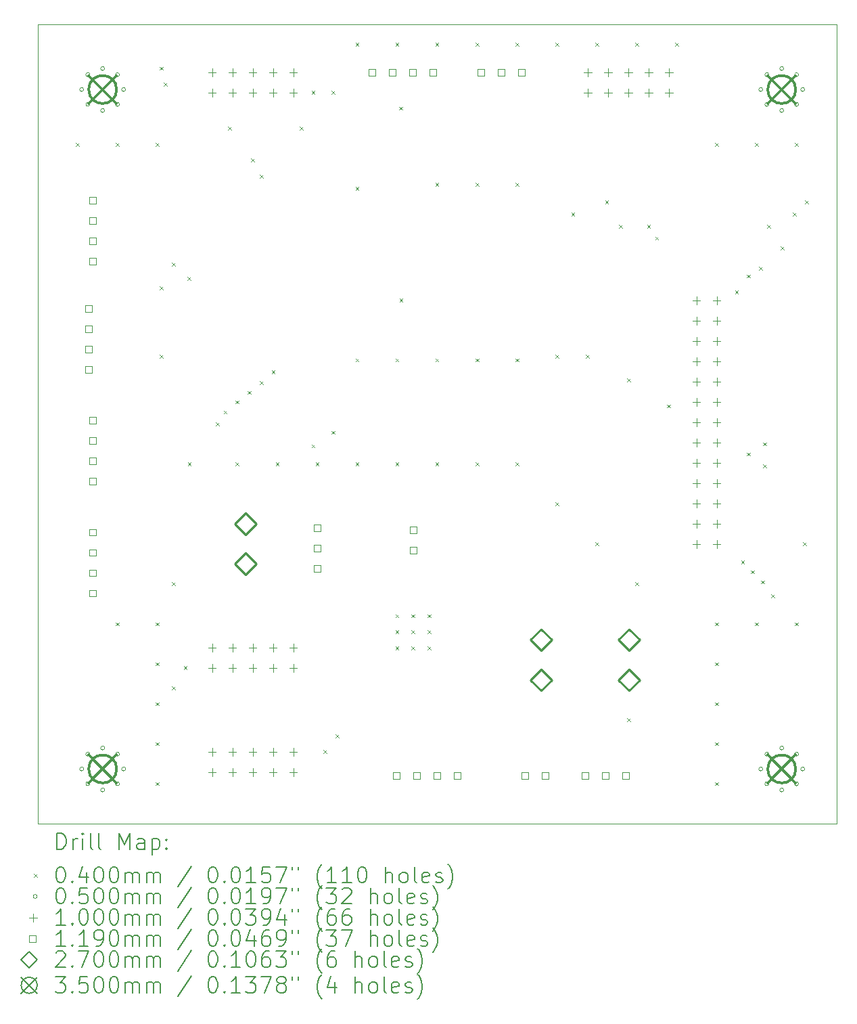
<source format=gbr>
%TF.GenerationSoftware,KiCad,Pcbnew,7.0.1*%
%TF.CreationDate,2023-08-23T10:04:30+02:00*%
%TF.ProjectId,K_IO_brd,4b5f494f-5f62-4726-942e-6b696361645f,rev?*%
%TF.SameCoordinates,Original*%
%TF.FileFunction,Drillmap*%
%TF.FilePolarity,Positive*%
%FSLAX45Y45*%
G04 Gerber Fmt 4.5, Leading zero omitted, Abs format (unit mm)*
G04 Created by KiCad (PCBNEW 7.0.1) date 2023-08-23 10:04:30*
%MOMM*%
%LPD*%
G01*
G04 APERTURE LIST*
%ADD10C,0.100000*%
%ADD11C,0.200000*%
%ADD12C,0.040000*%
%ADD13C,0.050000*%
%ADD14C,0.119000*%
%ADD15C,0.270000*%
%ADD16C,0.350000*%
G04 APERTURE END LIST*
D10*
X11000000Y-6000000D02*
X21000000Y-6000000D01*
X21000000Y-16000000D01*
X11000000Y-16000000D01*
X11000000Y-6000000D01*
D11*
D12*
X11480000Y-7480000D02*
X11520000Y-7520000D01*
X11520000Y-7480000D02*
X11480000Y-7520000D01*
X11980000Y-7480000D02*
X12020000Y-7520000D01*
X12020000Y-7480000D02*
X11980000Y-7520000D01*
X11980000Y-13480000D02*
X12020000Y-13520000D01*
X12020000Y-13480000D02*
X11980000Y-13520000D01*
X12480000Y-7480000D02*
X12520000Y-7520000D01*
X12520000Y-7480000D02*
X12480000Y-7520000D01*
X12480000Y-13480000D02*
X12520000Y-13520000D01*
X12520000Y-13480000D02*
X12480000Y-13520000D01*
X12480000Y-13980000D02*
X12520000Y-14020000D01*
X12520000Y-13980000D02*
X12480000Y-14020000D01*
X12480000Y-14480000D02*
X12520000Y-14520000D01*
X12520000Y-14480000D02*
X12480000Y-14520000D01*
X12480000Y-14980000D02*
X12520000Y-15020000D01*
X12520000Y-14980000D02*
X12480000Y-15020000D01*
X12480000Y-15480000D02*
X12520000Y-15520000D01*
X12520000Y-15480000D02*
X12480000Y-15520000D01*
X12530000Y-6530000D02*
X12570000Y-6570000D01*
X12570000Y-6530000D02*
X12530000Y-6570000D01*
X12530000Y-9277000D02*
X12570000Y-9317000D01*
X12570000Y-9277000D02*
X12530000Y-9317000D01*
X12530000Y-10130000D02*
X12570000Y-10170000D01*
X12570000Y-10130000D02*
X12530000Y-10170000D01*
X12580000Y-6730000D02*
X12620000Y-6770000D01*
X12620000Y-6730000D02*
X12580000Y-6770000D01*
X12680000Y-8980000D02*
X12720000Y-9020000D01*
X12720000Y-8980000D02*
X12680000Y-9020000D01*
X12680000Y-12980000D02*
X12720000Y-13020000D01*
X12720000Y-12980000D02*
X12680000Y-13020000D01*
X12680000Y-14280000D02*
X12720000Y-14320000D01*
X12720000Y-14280000D02*
X12680000Y-14320000D01*
X12830000Y-14030000D02*
X12870000Y-14070000D01*
X12870000Y-14030000D02*
X12830000Y-14070000D01*
X12874459Y-9157050D02*
X12914459Y-9197050D01*
X12914459Y-9157050D02*
X12874459Y-9197050D01*
X12880000Y-11480000D02*
X12920000Y-11520000D01*
X12920000Y-11480000D02*
X12880000Y-11520000D01*
X13230000Y-10980000D02*
X13270000Y-11020000D01*
X13270000Y-10980000D02*
X13230000Y-11020000D01*
X13330000Y-10830000D02*
X13370000Y-10870000D01*
X13370000Y-10830000D02*
X13330000Y-10870000D01*
X13382500Y-7280000D02*
X13422500Y-7320000D01*
X13422500Y-7280000D02*
X13382500Y-7320000D01*
X13480000Y-10705000D02*
X13520000Y-10745000D01*
X13520000Y-10705000D02*
X13480000Y-10745000D01*
X13480000Y-11480000D02*
X13520000Y-11520000D01*
X13520000Y-11480000D02*
X13480000Y-11520000D01*
X13631407Y-10585050D02*
X13671407Y-10625050D01*
X13671407Y-10585050D02*
X13631407Y-10625050D01*
X13673049Y-7679200D02*
X13713049Y-7719200D01*
X13713049Y-7679200D02*
X13673049Y-7719200D01*
X13781407Y-7880000D02*
X13821407Y-7920000D01*
X13821407Y-7880000D02*
X13781407Y-7920000D01*
X13781407Y-10465100D02*
X13821407Y-10505100D01*
X13821407Y-10465100D02*
X13781407Y-10505100D01*
X13930000Y-10330000D02*
X13970000Y-10370000D01*
X13970000Y-10330000D02*
X13930000Y-10370000D01*
X13980000Y-11480000D02*
X14020000Y-11520000D01*
X14020000Y-11480000D02*
X13980000Y-11520000D01*
X14280000Y-7280000D02*
X14320000Y-7320000D01*
X14320000Y-7280000D02*
X14280000Y-7320000D01*
X14430000Y-6830000D02*
X14470000Y-6870000D01*
X14470000Y-6830000D02*
X14430000Y-6870000D01*
X14430000Y-11255000D02*
X14470000Y-11295000D01*
X14470000Y-11255000D02*
X14430000Y-11295000D01*
X14480000Y-11480000D02*
X14520000Y-11520000D01*
X14520000Y-11480000D02*
X14480000Y-11520000D01*
X14580000Y-15080000D02*
X14620000Y-15120000D01*
X14620000Y-15080000D02*
X14580000Y-15120000D01*
X14680000Y-6830000D02*
X14720000Y-6870000D01*
X14720000Y-6830000D02*
X14680000Y-6870000D01*
X14680000Y-11085050D02*
X14720000Y-11125050D01*
X14720000Y-11085050D02*
X14680000Y-11125050D01*
X14730000Y-14880000D02*
X14770000Y-14920000D01*
X14770000Y-14880000D02*
X14730000Y-14920000D01*
X14980000Y-6230000D02*
X15020000Y-6270000D01*
X15020000Y-6230000D02*
X14980000Y-6270000D01*
X14980000Y-8030000D02*
X15020000Y-8070000D01*
X15020000Y-8030000D02*
X14980000Y-8070000D01*
X14980000Y-10180000D02*
X15020000Y-10220000D01*
X15020000Y-10180000D02*
X14980000Y-10220000D01*
X14980000Y-11480000D02*
X15020000Y-11520000D01*
X15020000Y-11480000D02*
X14980000Y-11520000D01*
X15480000Y-6230000D02*
X15520000Y-6270000D01*
X15520000Y-6230000D02*
X15480000Y-6270000D01*
X15480000Y-10180000D02*
X15520000Y-10220000D01*
X15520000Y-10180000D02*
X15480000Y-10220000D01*
X15480000Y-11480000D02*
X15520000Y-11520000D01*
X15520000Y-11480000D02*
X15480000Y-11520000D01*
X15480000Y-13380000D02*
X15520000Y-13420000D01*
X15520000Y-13380000D02*
X15480000Y-13420000D01*
X15480000Y-13580000D02*
X15520000Y-13620000D01*
X15520000Y-13580000D02*
X15480000Y-13620000D01*
X15480000Y-13780000D02*
X15520000Y-13820000D01*
X15520000Y-13780000D02*
X15480000Y-13820000D01*
X15526250Y-7030000D02*
X15566250Y-7070000D01*
X15566250Y-7030000D02*
X15526250Y-7070000D01*
X15530000Y-9430000D02*
X15570000Y-9470000D01*
X15570000Y-9430000D02*
X15530000Y-9470000D01*
X15680000Y-13380000D02*
X15720000Y-13420000D01*
X15720000Y-13380000D02*
X15680000Y-13420000D01*
X15680000Y-13580000D02*
X15720000Y-13620000D01*
X15720000Y-13580000D02*
X15680000Y-13620000D01*
X15680000Y-13780000D02*
X15720000Y-13820000D01*
X15720000Y-13780000D02*
X15680000Y-13820000D01*
X15880000Y-13380000D02*
X15920000Y-13420000D01*
X15920000Y-13380000D02*
X15880000Y-13420000D01*
X15880000Y-13580000D02*
X15920000Y-13620000D01*
X15920000Y-13580000D02*
X15880000Y-13620000D01*
X15880000Y-13780000D02*
X15920000Y-13820000D01*
X15920000Y-13780000D02*
X15880000Y-13820000D01*
X15980000Y-6230000D02*
X16020000Y-6270000D01*
X16020000Y-6230000D02*
X15980000Y-6270000D01*
X15980000Y-7980000D02*
X16020000Y-8020000D01*
X16020000Y-7980000D02*
X15980000Y-8020000D01*
X15980000Y-10180000D02*
X16020000Y-10220000D01*
X16020000Y-10180000D02*
X15980000Y-10220000D01*
X15980000Y-11480000D02*
X16020000Y-11520000D01*
X16020000Y-11480000D02*
X15980000Y-11520000D01*
X16480000Y-6230000D02*
X16520000Y-6270000D01*
X16520000Y-6230000D02*
X16480000Y-6270000D01*
X16480000Y-7980000D02*
X16520000Y-8020000D01*
X16520000Y-7980000D02*
X16480000Y-8020000D01*
X16480000Y-10180000D02*
X16520000Y-10220000D01*
X16520000Y-10180000D02*
X16480000Y-10220000D01*
X16480000Y-11480000D02*
X16520000Y-11520000D01*
X16520000Y-11480000D02*
X16480000Y-11520000D01*
X16980000Y-6230000D02*
X17020000Y-6270000D01*
X17020000Y-6230000D02*
X16980000Y-6270000D01*
X16980000Y-7980000D02*
X17020000Y-8020000D01*
X17020000Y-7980000D02*
X16980000Y-8020000D01*
X16980000Y-10180000D02*
X17020000Y-10220000D01*
X17020000Y-10180000D02*
X16980000Y-10220000D01*
X16980000Y-11480000D02*
X17020000Y-11520000D01*
X17020000Y-11480000D02*
X16980000Y-11520000D01*
X17480000Y-6230000D02*
X17520000Y-6270000D01*
X17520000Y-6230000D02*
X17480000Y-6270000D01*
X17480000Y-10130000D02*
X17520000Y-10170000D01*
X17520000Y-10130000D02*
X17480000Y-10170000D01*
X17480000Y-11980000D02*
X17520000Y-12020000D01*
X17520000Y-11980000D02*
X17480000Y-12020000D01*
X17680000Y-8355000D02*
X17720000Y-8395000D01*
X17720000Y-8355000D02*
X17680000Y-8395000D01*
X17864000Y-10130000D02*
X17904000Y-10170000D01*
X17904000Y-10130000D02*
X17864000Y-10170000D01*
X17980000Y-6230000D02*
X18020000Y-6270000D01*
X18020000Y-6230000D02*
X17980000Y-6270000D01*
X17980000Y-12480000D02*
X18020000Y-12520000D01*
X18020000Y-12480000D02*
X17980000Y-12520000D01*
X18105000Y-8205000D02*
X18145000Y-8245000D01*
X18145000Y-8205000D02*
X18105000Y-8245000D01*
X18280000Y-8505000D02*
X18320000Y-8545000D01*
X18320000Y-8505000D02*
X18280000Y-8545000D01*
X18380000Y-10430000D02*
X18420000Y-10470000D01*
X18420000Y-10430000D02*
X18380000Y-10470000D01*
X18380000Y-14680000D02*
X18420000Y-14720000D01*
X18420000Y-14680000D02*
X18380000Y-14720000D01*
X18480000Y-6230000D02*
X18520000Y-6270000D01*
X18520000Y-6230000D02*
X18480000Y-6270000D01*
X18480000Y-12980000D02*
X18520000Y-13020000D01*
X18520000Y-12980000D02*
X18480000Y-13020000D01*
X18630000Y-8505000D02*
X18670000Y-8545000D01*
X18670000Y-8505000D02*
X18630000Y-8545000D01*
X18730000Y-8655000D02*
X18770000Y-8695000D01*
X18770000Y-8655000D02*
X18730000Y-8695000D01*
X18880000Y-10755000D02*
X18920000Y-10795000D01*
X18920000Y-10755000D02*
X18880000Y-10795000D01*
X18980000Y-6230000D02*
X19020000Y-6270000D01*
X19020000Y-6230000D02*
X18980000Y-6270000D01*
X19480000Y-7480000D02*
X19520000Y-7520000D01*
X19520000Y-7480000D02*
X19480000Y-7520000D01*
X19480000Y-13480000D02*
X19520000Y-13520000D01*
X19520000Y-13480000D02*
X19480000Y-13520000D01*
X19480000Y-13980000D02*
X19520000Y-14020000D01*
X19520000Y-13980000D02*
X19480000Y-14020000D01*
X19480000Y-14480000D02*
X19520000Y-14520000D01*
X19520000Y-14480000D02*
X19480000Y-14520000D01*
X19480000Y-14980000D02*
X19520000Y-15020000D01*
X19520000Y-14980000D02*
X19480000Y-15020000D01*
X19480000Y-15480000D02*
X19520000Y-15520000D01*
X19520000Y-15480000D02*
X19480000Y-15520000D01*
X19730000Y-9330000D02*
X19770000Y-9370000D01*
X19770000Y-9330000D02*
X19730000Y-9370000D01*
X19805000Y-12705000D02*
X19845000Y-12745000D01*
X19845000Y-12705000D02*
X19805000Y-12745000D01*
X19880000Y-9130000D02*
X19920000Y-9170000D01*
X19920000Y-9130000D02*
X19880000Y-9170000D01*
X19880000Y-11355000D02*
X19920000Y-11395000D01*
X19920000Y-11355000D02*
X19880000Y-11395000D01*
X19930000Y-12830000D02*
X19970000Y-12870000D01*
X19970000Y-12830000D02*
X19930000Y-12870000D01*
X19980000Y-7480000D02*
X20020000Y-7520000D01*
X20020000Y-7480000D02*
X19980000Y-7520000D01*
X19980000Y-13480000D02*
X20020000Y-13520000D01*
X20020000Y-13480000D02*
X19980000Y-13520000D01*
X20030000Y-9030000D02*
X20070000Y-9070000D01*
X20070000Y-9030000D02*
X20030000Y-9070000D01*
X20055000Y-12955000D02*
X20095000Y-12995000D01*
X20095000Y-12955000D02*
X20055000Y-12995000D01*
X20080000Y-11230000D02*
X20120000Y-11270000D01*
X20120000Y-11230000D02*
X20080000Y-11270000D01*
X20080000Y-11505000D02*
X20120000Y-11545000D01*
X20120000Y-11505000D02*
X20080000Y-11545000D01*
X20130000Y-8505000D02*
X20170000Y-8545000D01*
X20170000Y-8505000D02*
X20130000Y-8545000D01*
X20180000Y-13130000D02*
X20220000Y-13170000D01*
X20220000Y-13130000D02*
X20180000Y-13170000D01*
X20299950Y-8780000D02*
X20339950Y-8820000D01*
X20339950Y-8780000D02*
X20299950Y-8820000D01*
X20455000Y-8355000D02*
X20495000Y-8395000D01*
X20495000Y-8355000D02*
X20455000Y-8395000D01*
X20480000Y-7480000D02*
X20520000Y-7520000D01*
X20520000Y-7480000D02*
X20480000Y-7520000D01*
X20480000Y-13480000D02*
X20520000Y-13520000D01*
X20520000Y-13480000D02*
X20480000Y-13520000D01*
X20580000Y-12480000D02*
X20620000Y-12520000D01*
X20620000Y-12480000D02*
X20580000Y-12520000D01*
X20605000Y-8205000D02*
X20645000Y-8245000D01*
X20645000Y-8205000D02*
X20605000Y-8245000D01*
D13*
X11576884Y-6814384D02*
G75*
G03*
X11576884Y-6814384I-25000J0D01*
G01*
X11576884Y-15314384D02*
G75*
G03*
X11576884Y-15314384I-25000J0D01*
G01*
X11653769Y-6628769D02*
G75*
G03*
X11653769Y-6628769I-25000J0D01*
G01*
X11653769Y-7000000D02*
G75*
G03*
X11653769Y-7000000I-25000J0D01*
G01*
X11653769Y-15128769D02*
G75*
G03*
X11653769Y-15128769I-25000J0D01*
G01*
X11653769Y-15500000D02*
G75*
G03*
X11653769Y-15500000I-25000J0D01*
G01*
X11839384Y-6551884D02*
G75*
G03*
X11839384Y-6551884I-25000J0D01*
G01*
X11839384Y-7076884D02*
G75*
G03*
X11839384Y-7076884I-25000J0D01*
G01*
X11839384Y-15051884D02*
G75*
G03*
X11839384Y-15051884I-25000J0D01*
G01*
X11839384Y-15576884D02*
G75*
G03*
X11839384Y-15576884I-25000J0D01*
G01*
X12025000Y-6628769D02*
G75*
G03*
X12025000Y-6628769I-25000J0D01*
G01*
X12025000Y-7000000D02*
G75*
G03*
X12025000Y-7000000I-25000J0D01*
G01*
X12025000Y-15128769D02*
G75*
G03*
X12025000Y-15128769I-25000J0D01*
G01*
X12025000Y-15500000D02*
G75*
G03*
X12025000Y-15500000I-25000J0D01*
G01*
X12101884Y-6814384D02*
G75*
G03*
X12101884Y-6814384I-25000J0D01*
G01*
X12101884Y-15314384D02*
G75*
G03*
X12101884Y-15314384I-25000J0D01*
G01*
X20076885Y-6814384D02*
G75*
G03*
X20076885Y-6814384I-25000J0D01*
G01*
X20076885Y-15314384D02*
G75*
G03*
X20076885Y-15314384I-25000J0D01*
G01*
X20153769Y-6628769D02*
G75*
G03*
X20153769Y-6628769I-25000J0D01*
G01*
X20153769Y-7000000D02*
G75*
G03*
X20153769Y-7000000I-25000J0D01*
G01*
X20153769Y-15128769D02*
G75*
G03*
X20153769Y-15128769I-25000J0D01*
G01*
X20153769Y-15500000D02*
G75*
G03*
X20153769Y-15500000I-25000J0D01*
G01*
X20339385Y-6551884D02*
G75*
G03*
X20339385Y-6551884I-25000J0D01*
G01*
X20339385Y-7076884D02*
G75*
G03*
X20339385Y-7076884I-25000J0D01*
G01*
X20339385Y-15051884D02*
G75*
G03*
X20339385Y-15051884I-25000J0D01*
G01*
X20339385Y-15576884D02*
G75*
G03*
X20339385Y-15576884I-25000J0D01*
G01*
X20525000Y-6628769D02*
G75*
G03*
X20525000Y-6628769I-25000J0D01*
G01*
X20525000Y-7000000D02*
G75*
G03*
X20525000Y-7000000I-25000J0D01*
G01*
X20525000Y-15128769D02*
G75*
G03*
X20525000Y-15128769I-25000J0D01*
G01*
X20525000Y-15500000D02*
G75*
G03*
X20525000Y-15500000I-25000J0D01*
G01*
X20601885Y-6814384D02*
G75*
G03*
X20601885Y-6814384I-25000J0D01*
G01*
X20601885Y-15314384D02*
G75*
G03*
X20601885Y-15314384I-25000J0D01*
G01*
D10*
X13184000Y-6550000D02*
X13184000Y-6650000D01*
X13134000Y-6600000D02*
X13234000Y-6600000D01*
X13184000Y-6804000D02*
X13184000Y-6904000D01*
X13134000Y-6854000D02*
X13234000Y-6854000D01*
X13184000Y-13750000D02*
X13184000Y-13850000D01*
X13134000Y-13800000D02*
X13234000Y-13800000D01*
X13184000Y-14004000D02*
X13184000Y-14104000D01*
X13134000Y-14054000D02*
X13234000Y-14054000D01*
X13184000Y-15050000D02*
X13184000Y-15150000D01*
X13134000Y-15100000D02*
X13234000Y-15100000D01*
X13184000Y-15304000D02*
X13184000Y-15404000D01*
X13134000Y-15354000D02*
X13234000Y-15354000D01*
X13438000Y-6550000D02*
X13438000Y-6650000D01*
X13388000Y-6600000D02*
X13488000Y-6600000D01*
X13438000Y-6804000D02*
X13438000Y-6904000D01*
X13388000Y-6854000D02*
X13488000Y-6854000D01*
X13438000Y-13750000D02*
X13438000Y-13850000D01*
X13388000Y-13800000D02*
X13488000Y-13800000D01*
X13438000Y-14004000D02*
X13438000Y-14104000D01*
X13388000Y-14054000D02*
X13488000Y-14054000D01*
X13438000Y-15050000D02*
X13438000Y-15150000D01*
X13388000Y-15100000D02*
X13488000Y-15100000D01*
X13438000Y-15304000D02*
X13438000Y-15404000D01*
X13388000Y-15354000D02*
X13488000Y-15354000D01*
X13692000Y-6550000D02*
X13692000Y-6650000D01*
X13642000Y-6600000D02*
X13742000Y-6600000D01*
X13692000Y-6804000D02*
X13692000Y-6904000D01*
X13642000Y-6854000D02*
X13742000Y-6854000D01*
X13692000Y-13750000D02*
X13692000Y-13850000D01*
X13642000Y-13800000D02*
X13742000Y-13800000D01*
X13692000Y-14004000D02*
X13692000Y-14104000D01*
X13642000Y-14054000D02*
X13742000Y-14054000D01*
X13692000Y-15050000D02*
X13692000Y-15150000D01*
X13642000Y-15100000D02*
X13742000Y-15100000D01*
X13692000Y-15304000D02*
X13692000Y-15404000D01*
X13642000Y-15354000D02*
X13742000Y-15354000D01*
X13946000Y-6550000D02*
X13946000Y-6650000D01*
X13896000Y-6600000D02*
X13996000Y-6600000D01*
X13946000Y-6804000D02*
X13946000Y-6904000D01*
X13896000Y-6854000D02*
X13996000Y-6854000D01*
X13946000Y-13750000D02*
X13946000Y-13850000D01*
X13896000Y-13800000D02*
X13996000Y-13800000D01*
X13946000Y-14004000D02*
X13946000Y-14104000D01*
X13896000Y-14054000D02*
X13996000Y-14054000D01*
X13946000Y-15050000D02*
X13946000Y-15150000D01*
X13896000Y-15100000D02*
X13996000Y-15100000D01*
X13946000Y-15304000D02*
X13946000Y-15404000D01*
X13896000Y-15354000D02*
X13996000Y-15354000D01*
X14200000Y-6550000D02*
X14200000Y-6650000D01*
X14150000Y-6600000D02*
X14250000Y-6600000D01*
X14200000Y-6804000D02*
X14200000Y-6904000D01*
X14150000Y-6854000D02*
X14250000Y-6854000D01*
X14200000Y-13750000D02*
X14200000Y-13850000D01*
X14150000Y-13800000D02*
X14250000Y-13800000D01*
X14200000Y-14004000D02*
X14200000Y-14104000D01*
X14150000Y-14054000D02*
X14250000Y-14054000D01*
X14200000Y-15050000D02*
X14200000Y-15150000D01*
X14150000Y-15100000D02*
X14250000Y-15100000D01*
X14200000Y-15304000D02*
X14200000Y-15404000D01*
X14150000Y-15354000D02*
X14250000Y-15354000D01*
X17884000Y-6550000D02*
X17884000Y-6650000D01*
X17834000Y-6600000D02*
X17934000Y-6600000D01*
X17884000Y-6804000D02*
X17884000Y-6904000D01*
X17834000Y-6854000D02*
X17934000Y-6854000D01*
X18138000Y-6550000D02*
X18138000Y-6650000D01*
X18088000Y-6600000D02*
X18188000Y-6600000D01*
X18138000Y-6804000D02*
X18138000Y-6904000D01*
X18088000Y-6854000D02*
X18188000Y-6854000D01*
X18392000Y-6550000D02*
X18392000Y-6650000D01*
X18342000Y-6600000D02*
X18442000Y-6600000D01*
X18392000Y-6804000D02*
X18392000Y-6904000D01*
X18342000Y-6854000D02*
X18442000Y-6854000D01*
X18646000Y-6550000D02*
X18646000Y-6650000D01*
X18596000Y-6600000D02*
X18696000Y-6600000D01*
X18646000Y-6804000D02*
X18646000Y-6904000D01*
X18596000Y-6854000D02*
X18696000Y-6854000D01*
X18900000Y-6550000D02*
X18900000Y-6650000D01*
X18850000Y-6600000D02*
X18950000Y-6600000D01*
X18900000Y-6804000D02*
X18900000Y-6904000D01*
X18850000Y-6854000D02*
X18950000Y-6854000D01*
X19246000Y-9402000D02*
X19246000Y-9502000D01*
X19196000Y-9452000D02*
X19296000Y-9452000D01*
X19246000Y-9656000D02*
X19246000Y-9756000D01*
X19196000Y-9706000D02*
X19296000Y-9706000D01*
X19246000Y-9910000D02*
X19246000Y-10010000D01*
X19196000Y-9960000D02*
X19296000Y-9960000D01*
X19246000Y-10164000D02*
X19246000Y-10264000D01*
X19196000Y-10214000D02*
X19296000Y-10214000D01*
X19246000Y-10418000D02*
X19246000Y-10518000D01*
X19196000Y-10468000D02*
X19296000Y-10468000D01*
X19246000Y-10672000D02*
X19246000Y-10772000D01*
X19196000Y-10722000D02*
X19296000Y-10722000D01*
X19246000Y-10926000D02*
X19246000Y-11026000D01*
X19196000Y-10976000D02*
X19296000Y-10976000D01*
X19246000Y-11180000D02*
X19246000Y-11280000D01*
X19196000Y-11230000D02*
X19296000Y-11230000D01*
X19246000Y-11434000D02*
X19246000Y-11534000D01*
X19196000Y-11484000D02*
X19296000Y-11484000D01*
X19246000Y-11688000D02*
X19246000Y-11788000D01*
X19196000Y-11738000D02*
X19296000Y-11738000D01*
X19246000Y-11942000D02*
X19246000Y-12042000D01*
X19196000Y-11992000D02*
X19296000Y-11992000D01*
X19246000Y-12196000D02*
X19246000Y-12296000D01*
X19196000Y-12246000D02*
X19296000Y-12246000D01*
X19246000Y-12450000D02*
X19246000Y-12550000D01*
X19196000Y-12500000D02*
X19296000Y-12500000D01*
X19500000Y-9402000D02*
X19500000Y-9502000D01*
X19450000Y-9452000D02*
X19550000Y-9452000D01*
X19500000Y-9656000D02*
X19500000Y-9756000D01*
X19450000Y-9706000D02*
X19550000Y-9706000D01*
X19500000Y-9910000D02*
X19500000Y-10010000D01*
X19450000Y-9960000D02*
X19550000Y-9960000D01*
X19500000Y-10164000D02*
X19500000Y-10264000D01*
X19450000Y-10214000D02*
X19550000Y-10214000D01*
X19500000Y-10418000D02*
X19500000Y-10518000D01*
X19450000Y-10468000D02*
X19550000Y-10468000D01*
X19500000Y-10672000D02*
X19500000Y-10772000D01*
X19450000Y-10722000D02*
X19550000Y-10722000D01*
X19500000Y-10926000D02*
X19500000Y-11026000D01*
X19450000Y-10976000D02*
X19550000Y-10976000D01*
X19500000Y-11180000D02*
X19500000Y-11280000D01*
X19450000Y-11230000D02*
X19550000Y-11230000D01*
X19500000Y-11434000D02*
X19500000Y-11534000D01*
X19450000Y-11484000D02*
X19550000Y-11484000D01*
X19500000Y-11688000D02*
X19500000Y-11788000D01*
X19450000Y-11738000D02*
X19550000Y-11738000D01*
X19500000Y-11942000D02*
X19500000Y-12042000D01*
X19450000Y-11992000D02*
X19550000Y-11992000D01*
X19500000Y-12196000D02*
X19500000Y-12296000D01*
X19450000Y-12246000D02*
X19550000Y-12246000D01*
X19500000Y-12450000D02*
X19500000Y-12550000D01*
X19450000Y-12500000D02*
X19550000Y-12500000D01*
D14*
X11683823Y-9596073D02*
X11683823Y-9511927D01*
X11599677Y-9511927D01*
X11599677Y-9596073D01*
X11683823Y-9596073D01*
X11683823Y-9850073D02*
X11683823Y-9765927D01*
X11599677Y-9765927D01*
X11599677Y-9850073D01*
X11683823Y-9850073D01*
X11683823Y-10104073D02*
X11683823Y-10019927D01*
X11599677Y-10019927D01*
X11599677Y-10104073D01*
X11683823Y-10104073D01*
X11683823Y-10358073D02*
X11683823Y-10273927D01*
X11599677Y-10273927D01*
X11599677Y-10358073D01*
X11683823Y-10358073D01*
X11730073Y-8246073D02*
X11730073Y-8161927D01*
X11645927Y-8161927D01*
X11645927Y-8246073D01*
X11730073Y-8246073D01*
X11730073Y-8500073D02*
X11730073Y-8415927D01*
X11645927Y-8415927D01*
X11645927Y-8500073D01*
X11730073Y-8500073D01*
X11730073Y-8754073D02*
X11730073Y-8669927D01*
X11645927Y-8669927D01*
X11645927Y-8754073D01*
X11730073Y-8754073D01*
X11730073Y-9008073D02*
X11730073Y-8923927D01*
X11645927Y-8923927D01*
X11645927Y-9008073D01*
X11730073Y-9008073D01*
X11731823Y-12396073D02*
X11731823Y-12311927D01*
X11647677Y-12311927D01*
X11647677Y-12396073D01*
X11731823Y-12396073D01*
X11731823Y-12650073D02*
X11731823Y-12565927D01*
X11647677Y-12565927D01*
X11647677Y-12650073D01*
X11731823Y-12650073D01*
X11731823Y-12904073D02*
X11731823Y-12819927D01*
X11647677Y-12819927D01*
X11647677Y-12904073D01*
X11731823Y-12904073D01*
X11731823Y-13158073D02*
X11731823Y-13073927D01*
X11647677Y-13073927D01*
X11647677Y-13158073D01*
X11731823Y-13158073D01*
X11733823Y-10996073D02*
X11733823Y-10911927D01*
X11649677Y-10911927D01*
X11649677Y-10996073D01*
X11733823Y-10996073D01*
X11733823Y-11250073D02*
X11733823Y-11165927D01*
X11649677Y-11165927D01*
X11649677Y-11250073D01*
X11733823Y-11250073D01*
X11733823Y-11504073D02*
X11733823Y-11419927D01*
X11649677Y-11419927D01*
X11649677Y-11504073D01*
X11733823Y-11504073D01*
X11733823Y-11758073D02*
X11733823Y-11673927D01*
X11649677Y-11673927D01*
X11649677Y-11758073D01*
X11733823Y-11758073D01*
X14542073Y-12342073D02*
X14542073Y-12257927D01*
X14457927Y-12257927D01*
X14457927Y-12342073D01*
X14542073Y-12342073D01*
X14542073Y-12596073D02*
X14542073Y-12511927D01*
X14457927Y-12511927D01*
X14457927Y-12596073D01*
X14542073Y-12596073D01*
X14542073Y-12850073D02*
X14542073Y-12765927D01*
X14457927Y-12765927D01*
X14457927Y-12850073D01*
X14542073Y-12850073D01*
X15226323Y-6642073D02*
X15226323Y-6557927D01*
X15142177Y-6557927D01*
X15142177Y-6642073D01*
X15226323Y-6642073D01*
X15480323Y-6642073D02*
X15480323Y-6557927D01*
X15396177Y-6557927D01*
X15396177Y-6642073D01*
X15480323Y-6642073D01*
X15536073Y-15440073D02*
X15536073Y-15355927D01*
X15451927Y-15355927D01*
X15451927Y-15440073D01*
X15536073Y-15440073D01*
X15734323Y-6642073D02*
X15734323Y-6557927D01*
X15650177Y-6557927D01*
X15650177Y-6642073D01*
X15734323Y-6642073D01*
X15742073Y-12367073D02*
X15742073Y-12282927D01*
X15657927Y-12282927D01*
X15657927Y-12367073D01*
X15742073Y-12367073D01*
X15742073Y-12621073D02*
X15742073Y-12536927D01*
X15657927Y-12536927D01*
X15657927Y-12621073D01*
X15742073Y-12621073D01*
X15790073Y-15440073D02*
X15790073Y-15355927D01*
X15705927Y-15355927D01*
X15705927Y-15440073D01*
X15790073Y-15440073D01*
X15988323Y-6642073D02*
X15988323Y-6557927D01*
X15904177Y-6557927D01*
X15904177Y-6642073D01*
X15988323Y-6642073D01*
X16044073Y-15440073D02*
X16044073Y-15355927D01*
X15959927Y-15355927D01*
X15959927Y-15440073D01*
X16044073Y-15440073D01*
X16298073Y-15440073D02*
X16298073Y-15355927D01*
X16213927Y-15355927D01*
X16213927Y-15440073D01*
X16298073Y-15440073D01*
X16588073Y-6642073D02*
X16588073Y-6557927D01*
X16503927Y-6557927D01*
X16503927Y-6642073D01*
X16588073Y-6642073D01*
X16842073Y-6642073D02*
X16842073Y-6557927D01*
X16757927Y-6557927D01*
X16757927Y-6642073D01*
X16842073Y-6642073D01*
X17096073Y-6642073D02*
X17096073Y-6557927D01*
X17011927Y-6557927D01*
X17011927Y-6642073D01*
X17096073Y-6642073D01*
X17138073Y-15442073D02*
X17138073Y-15357927D01*
X17053927Y-15357927D01*
X17053927Y-15442073D01*
X17138073Y-15442073D01*
X17392073Y-15442073D02*
X17392073Y-15357927D01*
X17307927Y-15357927D01*
X17307927Y-15442073D01*
X17392073Y-15442073D01*
X17892073Y-15442073D02*
X17892073Y-15357927D01*
X17807927Y-15357927D01*
X17807927Y-15442073D01*
X17892073Y-15442073D01*
X18146073Y-15442073D02*
X18146073Y-15357927D01*
X18061927Y-15357927D01*
X18061927Y-15442073D01*
X18146073Y-15442073D01*
X18400073Y-15442073D02*
X18400073Y-15357927D01*
X18315927Y-15357927D01*
X18315927Y-15442073D01*
X18400073Y-15442073D01*
D15*
X13600000Y-12385000D02*
X13735000Y-12250000D01*
X13600000Y-12115000D01*
X13465000Y-12250000D01*
X13600000Y-12385000D01*
X13600000Y-12885000D02*
X13735000Y-12750000D01*
X13600000Y-12615000D01*
X13465000Y-12750000D01*
X13600000Y-12885000D01*
X17300000Y-13835000D02*
X17435000Y-13700000D01*
X17300000Y-13565000D01*
X17165000Y-13700000D01*
X17300000Y-13835000D01*
X17300000Y-14335000D02*
X17435000Y-14200000D01*
X17300000Y-14065000D01*
X17165000Y-14200000D01*
X17300000Y-14335000D01*
X18400000Y-13835000D02*
X18535000Y-13700000D01*
X18400000Y-13565000D01*
X18265000Y-13700000D01*
X18400000Y-13835000D01*
X18400000Y-14335000D02*
X18535000Y-14200000D01*
X18400000Y-14065000D01*
X18265000Y-14200000D01*
X18400000Y-14335000D01*
D16*
X11639384Y-6639384D02*
X11989384Y-6989384D01*
X11989384Y-6639384D02*
X11639384Y-6989384D01*
X11989384Y-6814384D02*
G75*
G03*
X11989384Y-6814384I-175000J0D01*
G01*
X11639384Y-15139384D02*
X11989384Y-15489384D01*
X11989384Y-15139384D02*
X11639384Y-15489384D01*
X11989384Y-15314384D02*
G75*
G03*
X11989384Y-15314384I-175000J0D01*
G01*
X20139385Y-6639384D02*
X20489385Y-6989384D01*
X20489385Y-6639384D02*
X20139385Y-6989384D01*
X20489385Y-6814384D02*
G75*
G03*
X20489385Y-6814384I-175000J0D01*
G01*
X20139385Y-15139384D02*
X20489385Y-15489384D01*
X20489385Y-15139384D02*
X20139385Y-15489384D01*
X20489385Y-15314384D02*
G75*
G03*
X20489385Y-15314384I-175000J0D01*
G01*
D11*
X11242619Y-16317524D02*
X11242619Y-16117524D01*
X11242619Y-16117524D02*
X11290238Y-16117524D01*
X11290238Y-16117524D02*
X11318809Y-16127048D01*
X11318809Y-16127048D02*
X11337857Y-16146095D01*
X11337857Y-16146095D02*
X11347381Y-16165143D01*
X11347381Y-16165143D02*
X11356905Y-16203238D01*
X11356905Y-16203238D02*
X11356905Y-16231809D01*
X11356905Y-16231809D02*
X11347381Y-16269905D01*
X11347381Y-16269905D02*
X11337857Y-16288952D01*
X11337857Y-16288952D02*
X11318809Y-16308000D01*
X11318809Y-16308000D02*
X11290238Y-16317524D01*
X11290238Y-16317524D02*
X11242619Y-16317524D01*
X11442619Y-16317524D02*
X11442619Y-16184190D01*
X11442619Y-16222286D02*
X11452143Y-16203238D01*
X11452143Y-16203238D02*
X11461667Y-16193714D01*
X11461667Y-16193714D02*
X11480714Y-16184190D01*
X11480714Y-16184190D02*
X11499762Y-16184190D01*
X11566428Y-16317524D02*
X11566428Y-16184190D01*
X11566428Y-16117524D02*
X11556905Y-16127048D01*
X11556905Y-16127048D02*
X11566428Y-16136571D01*
X11566428Y-16136571D02*
X11575952Y-16127048D01*
X11575952Y-16127048D02*
X11566428Y-16117524D01*
X11566428Y-16117524D02*
X11566428Y-16136571D01*
X11690238Y-16317524D02*
X11671190Y-16308000D01*
X11671190Y-16308000D02*
X11661667Y-16288952D01*
X11661667Y-16288952D02*
X11661667Y-16117524D01*
X11795000Y-16317524D02*
X11775952Y-16308000D01*
X11775952Y-16308000D02*
X11766428Y-16288952D01*
X11766428Y-16288952D02*
X11766428Y-16117524D01*
X12023571Y-16317524D02*
X12023571Y-16117524D01*
X12023571Y-16117524D02*
X12090238Y-16260381D01*
X12090238Y-16260381D02*
X12156905Y-16117524D01*
X12156905Y-16117524D02*
X12156905Y-16317524D01*
X12337857Y-16317524D02*
X12337857Y-16212762D01*
X12337857Y-16212762D02*
X12328333Y-16193714D01*
X12328333Y-16193714D02*
X12309286Y-16184190D01*
X12309286Y-16184190D02*
X12271190Y-16184190D01*
X12271190Y-16184190D02*
X12252143Y-16193714D01*
X12337857Y-16308000D02*
X12318809Y-16317524D01*
X12318809Y-16317524D02*
X12271190Y-16317524D01*
X12271190Y-16317524D02*
X12252143Y-16308000D01*
X12252143Y-16308000D02*
X12242619Y-16288952D01*
X12242619Y-16288952D02*
X12242619Y-16269905D01*
X12242619Y-16269905D02*
X12252143Y-16250857D01*
X12252143Y-16250857D02*
X12271190Y-16241333D01*
X12271190Y-16241333D02*
X12318809Y-16241333D01*
X12318809Y-16241333D02*
X12337857Y-16231809D01*
X12433095Y-16184190D02*
X12433095Y-16384190D01*
X12433095Y-16193714D02*
X12452143Y-16184190D01*
X12452143Y-16184190D02*
X12490238Y-16184190D01*
X12490238Y-16184190D02*
X12509286Y-16193714D01*
X12509286Y-16193714D02*
X12518809Y-16203238D01*
X12518809Y-16203238D02*
X12528333Y-16222286D01*
X12528333Y-16222286D02*
X12528333Y-16279428D01*
X12528333Y-16279428D02*
X12518809Y-16298476D01*
X12518809Y-16298476D02*
X12509286Y-16308000D01*
X12509286Y-16308000D02*
X12490238Y-16317524D01*
X12490238Y-16317524D02*
X12452143Y-16317524D01*
X12452143Y-16317524D02*
X12433095Y-16308000D01*
X12614048Y-16298476D02*
X12623571Y-16308000D01*
X12623571Y-16308000D02*
X12614048Y-16317524D01*
X12614048Y-16317524D02*
X12604524Y-16308000D01*
X12604524Y-16308000D02*
X12614048Y-16298476D01*
X12614048Y-16298476D02*
X12614048Y-16317524D01*
X12614048Y-16193714D02*
X12623571Y-16203238D01*
X12623571Y-16203238D02*
X12614048Y-16212762D01*
X12614048Y-16212762D02*
X12604524Y-16203238D01*
X12604524Y-16203238D02*
X12614048Y-16193714D01*
X12614048Y-16193714D02*
X12614048Y-16212762D01*
D12*
X10955000Y-16625000D02*
X10995000Y-16665000D01*
X10995000Y-16625000D02*
X10955000Y-16665000D01*
D11*
X11280714Y-16537524D02*
X11299762Y-16537524D01*
X11299762Y-16537524D02*
X11318809Y-16547048D01*
X11318809Y-16547048D02*
X11328333Y-16556571D01*
X11328333Y-16556571D02*
X11337857Y-16575619D01*
X11337857Y-16575619D02*
X11347381Y-16613714D01*
X11347381Y-16613714D02*
X11347381Y-16661333D01*
X11347381Y-16661333D02*
X11337857Y-16699428D01*
X11337857Y-16699428D02*
X11328333Y-16718476D01*
X11328333Y-16718476D02*
X11318809Y-16728000D01*
X11318809Y-16728000D02*
X11299762Y-16737524D01*
X11299762Y-16737524D02*
X11280714Y-16737524D01*
X11280714Y-16737524D02*
X11261667Y-16728000D01*
X11261667Y-16728000D02*
X11252143Y-16718476D01*
X11252143Y-16718476D02*
X11242619Y-16699428D01*
X11242619Y-16699428D02*
X11233095Y-16661333D01*
X11233095Y-16661333D02*
X11233095Y-16613714D01*
X11233095Y-16613714D02*
X11242619Y-16575619D01*
X11242619Y-16575619D02*
X11252143Y-16556571D01*
X11252143Y-16556571D02*
X11261667Y-16547048D01*
X11261667Y-16547048D02*
X11280714Y-16537524D01*
X11433095Y-16718476D02*
X11442619Y-16728000D01*
X11442619Y-16728000D02*
X11433095Y-16737524D01*
X11433095Y-16737524D02*
X11423571Y-16728000D01*
X11423571Y-16728000D02*
X11433095Y-16718476D01*
X11433095Y-16718476D02*
X11433095Y-16737524D01*
X11614048Y-16604190D02*
X11614048Y-16737524D01*
X11566428Y-16528000D02*
X11518809Y-16670857D01*
X11518809Y-16670857D02*
X11642619Y-16670857D01*
X11756905Y-16537524D02*
X11775952Y-16537524D01*
X11775952Y-16537524D02*
X11795000Y-16547048D01*
X11795000Y-16547048D02*
X11804524Y-16556571D01*
X11804524Y-16556571D02*
X11814048Y-16575619D01*
X11814048Y-16575619D02*
X11823571Y-16613714D01*
X11823571Y-16613714D02*
X11823571Y-16661333D01*
X11823571Y-16661333D02*
X11814048Y-16699428D01*
X11814048Y-16699428D02*
X11804524Y-16718476D01*
X11804524Y-16718476D02*
X11795000Y-16728000D01*
X11795000Y-16728000D02*
X11775952Y-16737524D01*
X11775952Y-16737524D02*
X11756905Y-16737524D01*
X11756905Y-16737524D02*
X11737857Y-16728000D01*
X11737857Y-16728000D02*
X11728333Y-16718476D01*
X11728333Y-16718476D02*
X11718809Y-16699428D01*
X11718809Y-16699428D02*
X11709286Y-16661333D01*
X11709286Y-16661333D02*
X11709286Y-16613714D01*
X11709286Y-16613714D02*
X11718809Y-16575619D01*
X11718809Y-16575619D02*
X11728333Y-16556571D01*
X11728333Y-16556571D02*
X11737857Y-16547048D01*
X11737857Y-16547048D02*
X11756905Y-16537524D01*
X11947381Y-16537524D02*
X11966429Y-16537524D01*
X11966429Y-16537524D02*
X11985476Y-16547048D01*
X11985476Y-16547048D02*
X11995000Y-16556571D01*
X11995000Y-16556571D02*
X12004524Y-16575619D01*
X12004524Y-16575619D02*
X12014048Y-16613714D01*
X12014048Y-16613714D02*
X12014048Y-16661333D01*
X12014048Y-16661333D02*
X12004524Y-16699428D01*
X12004524Y-16699428D02*
X11995000Y-16718476D01*
X11995000Y-16718476D02*
X11985476Y-16728000D01*
X11985476Y-16728000D02*
X11966429Y-16737524D01*
X11966429Y-16737524D02*
X11947381Y-16737524D01*
X11947381Y-16737524D02*
X11928333Y-16728000D01*
X11928333Y-16728000D02*
X11918809Y-16718476D01*
X11918809Y-16718476D02*
X11909286Y-16699428D01*
X11909286Y-16699428D02*
X11899762Y-16661333D01*
X11899762Y-16661333D02*
X11899762Y-16613714D01*
X11899762Y-16613714D02*
X11909286Y-16575619D01*
X11909286Y-16575619D02*
X11918809Y-16556571D01*
X11918809Y-16556571D02*
X11928333Y-16547048D01*
X11928333Y-16547048D02*
X11947381Y-16537524D01*
X12099762Y-16737524D02*
X12099762Y-16604190D01*
X12099762Y-16623238D02*
X12109286Y-16613714D01*
X12109286Y-16613714D02*
X12128333Y-16604190D01*
X12128333Y-16604190D02*
X12156905Y-16604190D01*
X12156905Y-16604190D02*
X12175952Y-16613714D01*
X12175952Y-16613714D02*
X12185476Y-16632762D01*
X12185476Y-16632762D02*
X12185476Y-16737524D01*
X12185476Y-16632762D02*
X12195000Y-16613714D01*
X12195000Y-16613714D02*
X12214048Y-16604190D01*
X12214048Y-16604190D02*
X12242619Y-16604190D01*
X12242619Y-16604190D02*
X12261667Y-16613714D01*
X12261667Y-16613714D02*
X12271190Y-16632762D01*
X12271190Y-16632762D02*
X12271190Y-16737524D01*
X12366429Y-16737524D02*
X12366429Y-16604190D01*
X12366429Y-16623238D02*
X12375952Y-16613714D01*
X12375952Y-16613714D02*
X12395000Y-16604190D01*
X12395000Y-16604190D02*
X12423571Y-16604190D01*
X12423571Y-16604190D02*
X12442619Y-16613714D01*
X12442619Y-16613714D02*
X12452143Y-16632762D01*
X12452143Y-16632762D02*
X12452143Y-16737524D01*
X12452143Y-16632762D02*
X12461667Y-16613714D01*
X12461667Y-16613714D02*
X12480714Y-16604190D01*
X12480714Y-16604190D02*
X12509286Y-16604190D01*
X12509286Y-16604190D02*
X12528333Y-16613714D01*
X12528333Y-16613714D02*
X12537857Y-16632762D01*
X12537857Y-16632762D02*
X12537857Y-16737524D01*
X12928333Y-16528000D02*
X12756905Y-16785143D01*
X13185476Y-16537524D02*
X13204524Y-16537524D01*
X13204524Y-16537524D02*
X13223572Y-16547048D01*
X13223572Y-16547048D02*
X13233095Y-16556571D01*
X13233095Y-16556571D02*
X13242619Y-16575619D01*
X13242619Y-16575619D02*
X13252143Y-16613714D01*
X13252143Y-16613714D02*
X13252143Y-16661333D01*
X13252143Y-16661333D02*
X13242619Y-16699428D01*
X13242619Y-16699428D02*
X13233095Y-16718476D01*
X13233095Y-16718476D02*
X13223572Y-16728000D01*
X13223572Y-16728000D02*
X13204524Y-16737524D01*
X13204524Y-16737524D02*
X13185476Y-16737524D01*
X13185476Y-16737524D02*
X13166429Y-16728000D01*
X13166429Y-16728000D02*
X13156905Y-16718476D01*
X13156905Y-16718476D02*
X13147381Y-16699428D01*
X13147381Y-16699428D02*
X13137857Y-16661333D01*
X13137857Y-16661333D02*
X13137857Y-16613714D01*
X13137857Y-16613714D02*
X13147381Y-16575619D01*
X13147381Y-16575619D02*
X13156905Y-16556571D01*
X13156905Y-16556571D02*
X13166429Y-16547048D01*
X13166429Y-16547048D02*
X13185476Y-16537524D01*
X13337857Y-16718476D02*
X13347381Y-16728000D01*
X13347381Y-16728000D02*
X13337857Y-16737524D01*
X13337857Y-16737524D02*
X13328333Y-16728000D01*
X13328333Y-16728000D02*
X13337857Y-16718476D01*
X13337857Y-16718476D02*
X13337857Y-16737524D01*
X13471191Y-16537524D02*
X13490238Y-16537524D01*
X13490238Y-16537524D02*
X13509286Y-16547048D01*
X13509286Y-16547048D02*
X13518810Y-16556571D01*
X13518810Y-16556571D02*
X13528333Y-16575619D01*
X13528333Y-16575619D02*
X13537857Y-16613714D01*
X13537857Y-16613714D02*
X13537857Y-16661333D01*
X13537857Y-16661333D02*
X13528333Y-16699428D01*
X13528333Y-16699428D02*
X13518810Y-16718476D01*
X13518810Y-16718476D02*
X13509286Y-16728000D01*
X13509286Y-16728000D02*
X13490238Y-16737524D01*
X13490238Y-16737524D02*
X13471191Y-16737524D01*
X13471191Y-16737524D02*
X13452143Y-16728000D01*
X13452143Y-16728000D02*
X13442619Y-16718476D01*
X13442619Y-16718476D02*
X13433095Y-16699428D01*
X13433095Y-16699428D02*
X13423572Y-16661333D01*
X13423572Y-16661333D02*
X13423572Y-16613714D01*
X13423572Y-16613714D02*
X13433095Y-16575619D01*
X13433095Y-16575619D02*
X13442619Y-16556571D01*
X13442619Y-16556571D02*
X13452143Y-16547048D01*
X13452143Y-16547048D02*
X13471191Y-16537524D01*
X13728333Y-16737524D02*
X13614048Y-16737524D01*
X13671191Y-16737524D02*
X13671191Y-16537524D01*
X13671191Y-16537524D02*
X13652143Y-16566095D01*
X13652143Y-16566095D02*
X13633095Y-16585143D01*
X13633095Y-16585143D02*
X13614048Y-16594667D01*
X13909286Y-16537524D02*
X13814048Y-16537524D01*
X13814048Y-16537524D02*
X13804524Y-16632762D01*
X13804524Y-16632762D02*
X13814048Y-16623238D01*
X13814048Y-16623238D02*
X13833095Y-16613714D01*
X13833095Y-16613714D02*
X13880714Y-16613714D01*
X13880714Y-16613714D02*
X13899762Y-16623238D01*
X13899762Y-16623238D02*
X13909286Y-16632762D01*
X13909286Y-16632762D02*
X13918810Y-16651809D01*
X13918810Y-16651809D02*
X13918810Y-16699428D01*
X13918810Y-16699428D02*
X13909286Y-16718476D01*
X13909286Y-16718476D02*
X13899762Y-16728000D01*
X13899762Y-16728000D02*
X13880714Y-16737524D01*
X13880714Y-16737524D02*
X13833095Y-16737524D01*
X13833095Y-16737524D02*
X13814048Y-16728000D01*
X13814048Y-16728000D02*
X13804524Y-16718476D01*
X13985476Y-16537524D02*
X14118810Y-16537524D01*
X14118810Y-16537524D02*
X14033095Y-16737524D01*
X14185476Y-16537524D02*
X14185476Y-16575619D01*
X14261667Y-16537524D02*
X14261667Y-16575619D01*
X14556905Y-16813714D02*
X14547381Y-16804190D01*
X14547381Y-16804190D02*
X14528334Y-16775619D01*
X14528334Y-16775619D02*
X14518810Y-16756571D01*
X14518810Y-16756571D02*
X14509286Y-16728000D01*
X14509286Y-16728000D02*
X14499762Y-16680381D01*
X14499762Y-16680381D02*
X14499762Y-16642286D01*
X14499762Y-16642286D02*
X14509286Y-16594667D01*
X14509286Y-16594667D02*
X14518810Y-16566095D01*
X14518810Y-16566095D02*
X14528334Y-16547048D01*
X14528334Y-16547048D02*
X14547381Y-16518476D01*
X14547381Y-16518476D02*
X14556905Y-16508952D01*
X14737857Y-16737524D02*
X14623572Y-16737524D01*
X14680714Y-16737524D02*
X14680714Y-16537524D01*
X14680714Y-16537524D02*
X14661667Y-16566095D01*
X14661667Y-16566095D02*
X14642619Y-16585143D01*
X14642619Y-16585143D02*
X14623572Y-16594667D01*
X14928334Y-16737524D02*
X14814048Y-16737524D01*
X14871191Y-16737524D02*
X14871191Y-16537524D01*
X14871191Y-16537524D02*
X14852143Y-16566095D01*
X14852143Y-16566095D02*
X14833095Y-16585143D01*
X14833095Y-16585143D02*
X14814048Y-16594667D01*
X15052143Y-16537524D02*
X15071191Y-16537524D01*
X15071191Y-16537524D02*
X15090238Y-16547048D01*
X15090238Y-16547048D02*
X15099762Y-16556571D01*
X15099762Y-16556571D02*
X15109286Y-16575619D01*
X15109286Y-16575619D02*
X15118810Y-16613714D01*
X15118810Y-16613714D02*
X15118810Y-16661333D01*
X15118810Y-16661333D02*
X15109286Y-16699428D01*
X15109286Y-16699428D02*
X15099762Y-16718476D01*
X15099762Y-16718476D02*
X15090238Y-16728000D01*
X15090238Y-16728000D02*
X15071191Y-16737524D01*
X15071191Y-16737524D02*
X15052143Y-16737524D01*
X15052143Y-16737524D02*
X15033095Y-16728000D01*
X15033095Y-16728000D02*
X15023572Y-16718476D01*
X15023572Y-16718476D02*
X15014048Y-16699428D01*
X15014048Y-16699428D02*
X15004524Y-16661333D01*
X15004524Y-16661333D02*
X15004524Y-16613714D01*
X15004524Y-16613714D02*
X15014048Y-16575619D01*
X15014048Y-16575619D02*
X15023572Y-16556571D01*
X15023572Y-16556571D02*
X15033095Y-16547048D01*
X15033095Y-16547048D02*
X15052143Y-16537524D01*
X15356905Y-16737524D02*
X15356905Y-16537524D01*
X15442619Y-16737524D02*
X15442619Y-16632762D01*
X15442619Y-16632762D02*
X15433096Y-16613714D01*
X15433096Y-16613714D02*
X15414048Y-16604190D01*
X15414048Y-16604190D02*
X15385476Y-16604190D01*
X15385476Y-16604190D02*
X15366429Y-16613714D01*
X15366429Y-16613714D02*
X15356905Y-16623238D01*
X15566429Y-16737524D02*
X15547381Y-16728000D01*
X15547381Y-16728000D02*
X15537857Y-16718476D01*
X15537857Y-16718476D02*
X15528334Y-16699428D01*
X15528334Y-16699428D02*
X15528334Y-16642286D01*
X15528334Y-16642286D02*
X15537857Y-16623238D01*
X15537857Y-16623238D02*
X15547381Y-16613714D01*
X15547381Y-16613714D02*
X15566429Y-16604190D01*
X15566429Y-16604190D02*
X15595000Y-16604190D01*
X15595000Y-16604190D02*
X15614048Y-16613714D01*
X15614048Y-16613714D02*
X15623572Y-16623238D01*
X15623572Y-16623238D02*
X15633096Y-16642286D01*
X15633096Y-16642286D02*
X15633096Y-16699428D01*
X15633096Y-16699428D02*
X15623572Y-16718476D01*
X15623572Y-16718476D02*
X15614048Y-16728000D01*
X15614048Y-16728000D02*
X15595000Y-16737524D01*
X15595000Y-16737524D02*
X15566429Y-16737524D01*
X15747381Y-16737524D02*
X15728334Y-16728000D01*
X15728334Y-16728000D02*
X15718810Y-16708952D01*
X15718810Y-16708952D02*
X15718810Y-16537524D01*
X15899762Y-16728000D02*
X15880715Y-16737524D01*
X15880715Y-16737524D02*
X15842619Y-16737524D01*
X15842619Y-16737524D02*
X15823572Y-16728000D01*
X15823572Y-16728000D02*
X15814048Y-16708952D01*
X15814048Y-16708952D02*
X15814048Y-16632762D01*
X15814048Y-16632762D02*
X15823572Y-16613714D01*
X15823572Y-16613714D02*
X15842619Y-16604190D01*
X15842619Y-16604190D02*
X15880715Y-16604190D01*
X15880715Y-16604190D02*
X15899762Y-16613714D01*
X15899762Y-16613714D02*
X15909286Y-16632762D01*
X15909286Y-16632762D02*
X15909286Y-16651809D01*
X15909286Y-16651809D02*
X15814048Y-16670857D01*
X15985477Y-16728000D02*
X16004524Y-16737524D01*
X16004524Y-16737524D02*
X16042619Y-16737524D01*
X16042619Y-16737524D02*
X16061667Y-16728000D01*
X16061667Y-16728000D02*
X16071191Y-16708952D01*
X16071191Y-16708952D02*
X16071191Y-16699428D01*
X16071191Y-16699428D02*
X16061667Y-16680381D01*
X16061667Y-16680381D02*
X16042619Y-16670857D01*
X16042619Y-16670857D02*
X16014048Y-16670857D01*
X16014048Y-16670857D02*
X15995000Y-16661333D01*
X15995000Y-16661333D02*
X15985477Y-16642286D01*
X15985477Y-16642286D02*
X15985477Y-16632762D01*
X15985477Y-16632762D02*
X15995000Y-16613714D01*
X15995000Y-16613714D02*
X16014048Y-16604190D01*
X16014048Y-16604190D02*
X16042619Y-16604190D01*
X16042619Y-16604190D02*
X16061667Y-16613714D01*
X16137858Y-16813714D02*
X16147381Y-16804190D01*
X16147381Y-16804190D02*
X16166429Y-16775619D01*
X16166429Y-16775619D02*
X16175953Y-16756571D01*
X16175953Y-16756571D02*
X16185477Y-16728000D01*
X16185477Y-16728000D02*
X16195000Y-16680381D01*
X16195000Y-16680381D02*
X16195000Y-16642286D01*
X16195000Y-16642286D02*
X16185477Y-16594667D01*
X16185477Y-16594667D02*
X16175953Y-16566095D01*
X16175953Y-16566095D02*
X16166429Y-16547048D01*
X16166429Y-16547048D02*
X16147381Y-16518476D01*
X16147381Y-16518476D02*
X16137858Y-16508952D01*
D13*
X10995000Y-16909000D02*
G75*
G03*
X10995000Y-16909000I-25000J0D01*
G01*
D11*
X11280714Y-16801524D02*
X11299762Y-16801524D01*
X11299762Y-16801524D02*
X11318809Y-16811048D01*
X11318809Y-16811048D02*
X11328333Y-16820571D01*
X11328333Y-16820571D02*
X11337857Y-16839619D01*
X11337857Y-16839619D02*
X11347381Y-16877714D01*
X11347381Y-16877714D02*
X11347381Y-16925333D01*
X11347381Y-16925333D02*
X11337857Y-16963429D01*
X11337857Y-16963429D02*
X11328333Y-16982476D01*
X11328333Y-16982476D02*
X11318809Y-16992000D01*
X11318809Y-16992000D02*
X11299762Y-17001524D01*
X11299762Y-17001524D02*
X11280714Y-17001524D01*
X11280714Y-17001524D02*
X11261667Y-16992000D01*
X11261667Y-16992000D02*
X11252143Y-16982476D01*
X11252143Y-16982476D02*
X11242619Y-16963429D01*
X11242619Y-16963429D02*
X11233095Y-16925333D01*
X11233095Y-16925333D02*
X11233095Y-16877714D01*
X11233095Y-16877714D02*
X11242619Y-16839619D01*
X11242619Y-16839619D02*
X11252143Y-16820571D01*
X11252143Y-16820571D02*
X11261667Y-16811048D01*
X11261667Y-16811048D02*
X11280714Y-16801524D01*
X11433095Y-16982476D02*
X11442619Y-16992000D01*
X11442619Y-16992000D02*
X11433095Y-17001524D01*
X11433095Y-17001524D02*
X11423571Y-16992000D01*
X11423571Y-16992000D02*
X11433095Y-16982476D01*
X11433095Y-16982476D02*
X11433095Y-17001524D01*
X11623571Y-16801524D02*
X11528333Y-16801524D01*
X11528333Y-16801524D02*
X11518809Y-16896762D01*
X11518809Y-16896762D02*
X11528333Y-16887238D01*
X11528333Y-16887238D02*
X11547381Y-16877714D01*
X11547381Y-16877714D02*
X11595000Y-16877714D01*
X11595000Y-16877714D02*
X11614048Y-16887238D01*
X11614048Y-16887238D02*
X11623571Y-16896762D01*
X11623571Y-16896762D02*
X11633095Y-16915810D01*
X11633095Y-16915810D02*
X11633095Y-16963429D01*
X11633095Y-16963429D02*
X11623571Y-16982476D01*
X11623571Y-16982476D02*
X11614048Y-16992000D01*
X11614048Y-16992000D02*
X11595000Y-17001524D01*
X11595000Y-17001524D02*
X11547381Y-17001524D01*
X11547381Y-17001524D02*
X11528333Y-16992000D01*
X11528333Y-16992000D02*
X11518809Y-16982476D01*
X11756905Y-16801524D02*
X11775952Y-16801524D01*
X11775952Y-16801524D02*
X11795000Y-16811048D01*
X11795000Y-16811048D02*
X11804524Y-16820571D01*
X11804524Y-16820571D02*
X11814048Y-16839619D01*
X11814048Y-16839619D02*
X11823571Y-16877714D01*
X11823571Y-16877714D02*
X11823571Y-16925333D01*
X11823571Y-16925333D02*
X11814048Y-16963429D01*
X11814048Y-16963429D02*
X11804524Y-16982476D01*
X11804524Y-16982476D02*
X11795000Y-16992000D01*
X11795000Y-16992000D02*
X11775952Y-17001524D01*
X11775952Y-17001524D02*
X11756905Y-17001524D01*
X11756905Y-17001524D02*
X11737857Y-16992000D01*
X11737857Y-16992000D02*
X11728333Y-16982476D01*
X11728333Y-16982476D02*
X11718809Y-16963429D01*
X11718809Y-16963429D02*
X11709286Y-16925333D01*
X11709286Y-16925333D02*
X11709286Y-16877714D01*
X11709286Y-16877714D02*
X11718809Y-16839619D01*
X11718809Y-16839619D02*
X11728333Y-16820571D01*
X11728333Y-16820571D02*
X11737857Y-16811048D01*
X11737857Y-16811048D02*
X11756905Y-16801524D01*
X11947381Y-16801524D02*
X11966429Y-16801524D01*
X11966429Y-16801524D02*
X11985476Y-16811048D01*
X11985476Y-16811048D02*
X11995000Y-16820571D01*
X11995000Y-16820571D02*
X12004524Y-16839619D01*
X12004524Y-16839619D02*
X12014048Y-16877714D01*
X12014048Y-16877714D02*
X12014048Y-16925333D01*
X12014048Y-16925333D02*
X12004524Y-16963429D01*
X12004524Y-16963429D02*
X11995000Y-16982476D01*
X11995000Y-16982476D02*
X11985476Y-16992000D01*
X11985476Y-16992000D02*
X11966429Y-17001524D01*
X11966429Y-17001524D02*
X11947381Y-17001524D01*
X11947381Y-17001524D02*
X11928333Y-16992000D01*
X11928333Y-16992000D02*
X11918809Y-16982476D01*
X11918809Y-16982476D02*
X11909286Y-16963429D01*
X11909286Y-16963429D02*
X11899762Y-16925333D01*
X11899762Y-16925333D02*
X11899762Y-16877714D01*
X11899762Y-16877714D02*
X11909286Y-16839619D01*
X11909286Y-16839619D02*
X11918809Y-16820571D01*
X11918809Y-16820571D02*
X11928333Y-16811048D01*
X11928333Y-16811048D02*
X11947381Y-16801524D01*
X12099762Y-17001524D02*
X12099762Y-16868190D01*
X12099762Y-16887238D02*
X12109286Y-16877714D01*
X12109286Y-16877714D02*
X12128333Y-16868190D01*
X12128333Y-16868190D02*
X12156905Y-16868190D01*
X12156905Y-16868190D02*
X12175952Y-16877714D01*
X12175952Y-16877714D02*
X12185476Y-16896762D01*
X12185476Y-16896762D02*
X12185476Y-17001524D01*
X12185476Y-16896762D02*
X12195000Y-16877714D01*
X12195000Y-16877714D02*
X12214048Y-16868190D01*
X12214048Y-16868190D02*
X12242619Y-16868190D01*
X12242619Y-16868190D02*
X12261667Y-16877714D01*
X12261667Y-16877714D02*
X12271190Y-16896762D01*
X12271190Y-16896762D02*
X12271190Y-17001524D01*
X12366429Y-17001524D02*
X12366429Y-16868190D01*
X12366429Y-16887238D02*
X12375952Y-16877714D01*
X12375952Y-16877714D02*
X12395000Y-16868190D01*
X12395000Y-16868190D02*
X12423571Y-16868190D01*
X12423571Y-16868190D02*
X12442619Y-16877714D01*
X12442619Y-16877714D02*
X12452143Y-16896762D01*
X12452143Y-16896762D02*
X12452143Y-17001524D01*
X12452143Y-16896762D02*
X12461667Y-16877714D01*
X12461667Y-16877714D02*
X12480714Y-16868190D01*
X12480714Y-16868190D02*
X12509286Y-16868190D01*
X12509286Y-16868190D02*
X12528333Y-16877714D01*
X12528333Y-16877714D02*
X12537857Y-16896762D01*
X12537857Y-16896762D02*
X12537857Y-17001524D01*
X12928333Y-16792000D02*
X12756905Y-17049143D01*
X13185476Y-16801524D02*
X13204524Y-16801524D01*
X13204524Y-16801524D02*
X13223572Y-16811048D01*
X13223572Y-16811048D02*
X13233095Y-16820571D01*
X13233095Y-16820571D02*
X13242619Y-16839619D01*
X13242619Y-16839619D02*
X13252143Y-16877714D01*
X13252143Y-16877714D02*
X13252143Y-16925333D01*
X13252143Y-16925333D02*
X13242619Y-16963429D01*
X13242619Y-16963429D02*
X13233095Y-16982476D01*
X13233095Y-16982476D02*
X13223572Y-16992000D01*
X13223572Y-16992000D02*
X13204524Y-17001524D01*
X13204524Y-17001524D02*
X13185476Y-17001524D01*
X13185476Y-17001524D02*
X13166429Y-16992000D01*
X13166429Y-16992000D02*
X13156905Y-16982476D01*
X13156905Y-16982476D02*
X13147381Y-16963429D01*
X13147381Y-16963429D02*
X13137857Y-16925333D01*
X13137857Y-16925333D02*
X13137857Y-16877714D01*
X13137857Y-16877714D02*
X13147381Y-16839619D01*
X13147381Y-16839619D02*
X13156905Y-16820571D01*
X13156905Y-16820571D02*
X13166429Y-16811048D01*
X13166429Y-16811048D02*
X13185476Y-16801524D01*
X13337857Y-16982476D02*
X13347381Y-16992000D01*
X13347381Y-16992000D02*
X13337857Y-17001524D01*
X13337857Y-17001524D02*
X13328333Y-16992000D01*
X13328333Y-16992000D02*
X13337857Y-16982476D01*
X13337857Y-16982476D02*
X13337857Y-17001524D01*
X13471191Y-16801524D02*
X13490238Y-16801524D01*
X13490238Y-16801524D02*
X13509286Y-16811048D01*
X13509286Y-16811048D02*
X13518810Y-16820571D01*
X13518810Y-16820571D02*
X13528333Y-16839619D01*
X13528333Y-16839619D02*
X13537857Y-16877714D01*
X13537857Y-16877714D02*
X13537857Y-16925333D01*
X13537857Y-16925333D02*
X13528333Y-16963429D01*
X13528333Y-16963429D02*
X13518810Y-16982476D01*
X13518810Y-16982476D02*
X13509286Y-16992000D01*
X13509286Y-16992000D02*
X13490238Y-17001524D01*
X13490238Y-17001524D02*
X13471191Y-17001524D01*
X13471191Y-17001524D02*
X13452143Y-16992000D01*
X13452143Y-16992000D02*
X13442619Y-16982476D01*
X13442619Y-16982476D02*
X13433095Y-16963429D01*
X13433095Y-16963429D02*
X13423572Y-16925333D01*
X13423572Y-16925333D02*
X13423572Y-16877714D01*
X13423572Y-16877714D02*
X13433095Y-16839619D01*
X13433095Y-16839619D02*
X13442619Y-16820571D01*
X13442619Y-16820571D02*
X13452143Y-16811048D01*
X13452143Y-16811048D02*
X13471191Y-16801524D01*
X13728333Y-17001524D02*
X13614048Y-17001524D01*
X13671191Y-17001524D02*
X13671191Y-16801524D01*
X13671191Y-16801524D02*
X13652143Y-16830095D01*
X13652143Y-16830095D02*
X13633095Y-16849143D01*
X13633095Y-16849143D02*
X13614048Y-16858667D01*
X13823572Y-17001524D02*
X13861667Y-17001524D01*
X13861667Y-17001524D02*
X13880714Y-16992000D01*
X13880714Y-16992000D02*
X13890238Y-16982476D01*
X13890238Y-16982476D02*
X13909286Y-16953905D01*
X13909286Y-16953905D02*
X13918810Y-16915810D01*
X13918810Y-16915810D02*
X13918810Y-16839619D01*
X13918810Y-16839619D02*
X13909286Y-16820571D01*
X13909286Y-16820571D02*
X13899762Y-16811048D01*
X13899762Y-16811048D02*
X13880714Y-16801524D01*
X13880714Y-16801524D02*
X13842619Y-16801524D01*
X13842619Y-16801524D02*
X13823572Y-16811048D01*
X13823572Y-16811048D02*
X13814048Y-16820571D01*
X13814048Y-16820571D02*
X13804524Y-16839619D01*
X13804524Y-16839619D02*
X13804524Y-16887238D01*
X13804524Y-16887238D02*
X13814048Y-16906286D01*
X13814048Y-16906286D02*
X13823572Y-16915810D01*
X13823572Y-16915810D02*
X13842619Y-16925333D01*
X13842619Y-16925333D02*
X13880714Y-16925333D01*
X13880714Y-16925333D02*
X13899762Y-16915810D01*
X13899762Y-16915810D02*
X13909286Y-16906286D01*
X13909286Y-16906286D02*
X13918810Y-16887238D01*
X13985476Y-16801524D02*
X14118810Y-16801524D01*
X14118810Y-16801524D02*
X14033095Y-17001524D01*
X14185476Y-16801524D02*
X14185476Y-16839619D01*
X14261667Y-16801524D02*
X14261667Y-16839619D01*
X14556905Y-17077714D02*
X14547381Y-17068190D01*
X14547381Y-17068190D02*
X14528334Y-17039619D01*
X14528334Y-17039619D02*
X14518810Y-17020571D01*
X14518810Y-17020571D02*
X14509286Y-16992000D01*
X14509286Y-16992000D02*
X14499762Y-16944381D01*
X14499762Y-16944381D02*
X14499762Y-16906286D01*
X14499762Y-16906286D02*
X14509286Y-16858667D01*
X14509286Y-16858667D02*
X14518810Y-16830095D01*
X14518810Y-16830095D02*
X14528334Y-16811048D01*
X14528334Y-16811048D02*
X14547381Y-16782476D01*
X14547381Y-16782476D02*
X14556905Y-16772952D01*
X14614048Y-16801524D02*
X14737857Y-16801524D01*
X14737857Y-16801524D02*
X14671191Y-16877714D01*
X14671191Y-16877714D02*
X14699762Y-16877714D01*
X14699762Y-16877714D02*
X14718810Y-16887238D01*
X14718810Y-16887238D02*
X14728334Y-16896762D01*
X14728334Y-16896762D02*
X14737857Y-16915810D01*
X14737857Y-16915810D02*
X14737857Y-16963429D01*
X14737857Y-16963429D02*
X14728334Y-16982476D01*
X14728334Y-16982476D02*
X14718810Y-16992000D01*
X14718810Y-16992000D02*
X14699762Y-17001524D01*
X14699762Y-17001524D02*
X14642619Y-17001524D01*
X14642619Y-17001524D02*
X14623572Y-16992000D01*
X14623572Y-16992000D02*
X14614048Y-16982476D01*
X14814048Y-16820571D02*
X14823572Y-16811048D01*
X14823572Y-16811048D02*
X14842619Y-16801524D01*
X14842619Y-16801524D02*
X14890238Y-16801524D01*
X14890238Y-16801524D02*
X14909286Y-16811048D01*
X14909286Y-16811048D02*
X14918810Y-16820571D01*
X14918810Y-16820571D02*
X14928334Y-16839619D01*
X14928334Y-16839619D02*
X14928334Y-16858667D01*
X14928334Y-16858667D02*
X14918810Y-16887238D01*
X14918810Y-16887238D02*
X14804524Y-17001524D01*
X14804524Y-17001524D02*
X14928334Y-17001524D01*
X15166429Y-17001524D02*
X15166429Y-16801524D01*
X15252143Y-17001524D02*
X15252143Y-16896762D01*
X15252143Y-16896762D02*
X15242619Y-16877714D01*
X15242619Y-16877714D02*
X15223572Y-16868190D01*
X15223572Y-16868190D02*
X15195000Y-16868190D01*
X15195000Y-16868190D02*
X15175953Y-16877714D01*
X15175953Y-16877714D02*
X15166429Y-16887238D01*
X15375953Y-17001524D02*
X15356905Y-16992000D01*
X15356905Y-16992000D02*
X15347381Y-16982476D01*
X15347381Y-16982476D02*
X15337857Y-16963429D01*
X15337857Y-16963429D02*
X15337857Y-16906286D01*
X15337857Y-16906286D02*
X15347381Y-16887238D01*
X15347381Y-16887238D02*
X15356905Y-16877714D01*
X15356905Y-16877714D02*
X15375953Y-16868190D01*
X15375953Y-16868190D02*
X15404524Y-16868190D01*
X15404524Y-16868190D02*
X15423572Y-16877714D01*
X15423572Y-16877714D02*
X15433096Y-16887238D01*
X15433096Y-16887238D02*
X15442619Y-16906286D01*
X15442619Y-16906286D02*
X15442619Y-16963429D01*
X15442619Y-16963429D02*
X15433096Y-16982476D01*
X15433096Y-16982476D02*
X15423572Y-16992000D01*
X15423572Y-16992000D02*
X15404524Y-17001524D01*
X15404524Y-17001524D02*
X15375953Y-17001524D01*
X15556905Y-17001524D02*
X15537857Y-16992000D01*
X15537857Y-16992000D02*
X15528334Y-16972952D01*
X15528334Y-16972952D02*
X15528334Y-16801524D01*
X15709286Y-16992000D02*
X15690238Y-17001524D01*
X15690238Y-17001524D02*
X15652143Y-17001524D01*
X15652143Y-17001524D02*
X15633096Y-16992000D01*
X15633096Y-16992000D02*
X15623572Y-16972952D01*
X15623572Y-16972952D02*
X15623572Y-16896762D01*
X15623572Y-16896762D02*
X15633096Y-16877714D01*
X15633096Y-16877714D02*
X15652143Y-16868190D01*
X15652143Y-16868190D02*
X15690238Y-16868190D01*
X15690238Y-16868190D02*
X15709286Y-16877714D01*
X15709286Y-16877714D02*
X15718810Y-16896762D01*
X15718810Y-16896762D02*
X15718810Y-16915810D01*
X15718810Y-16915810D02*
X15623572Y-16934857D01*
X15795000Y-16992000D02*
X15814048Y-17001524D01*
X15814048Y-17001524D02*
X15852143Y-17001524D01*
X15852143Y-17001524D02*
X15871191Y-16992000D01*
X15871191Y-16992000D02*
X15880715Y-16972952D01*
X15880715Y-16972952D02*
X15880715Y-16963429D01*
X15880715Y-16963429D02*
X15871191Y-16944381D01*
X15871191Y-16944381D02*
X15852143Y-16934857D01*
X15852143Y-16934857D02*
X15823572Y-16934857D01*
X15823572Y-16934857D02*
X15804524Y-16925333D01*
X15804524Y-16925333D02*
X15795000Y-16906286D01*
X15795000Y-16906286D02*
X15795000Y-16896762D01*
X15795000Y-16896762D02*
X15804524Y-16877714D01*
X15804524Y-16877714D02*
X15823572Y-16868190D01*
X15823572Y-16868190D02*
X15852143Y-16868190D01*
X15852143Y-16868190D02*
X15871191Y-16877714D01*
X15947381Y-17077714D02*
X15956905Y-17068190D01*
X15956905Y-17068190D02*
X15975953Y-17039619D01*
X15975953Y-17039619D02*
X15985477Y-17020571D01*
X15985477Y-17020571D02*
X15995000Y-16992000D01*
X15995000Y-16992000D02*
X16004524Y-16944381D01*
X16004524Y-16944381D02*
X16004524Y-16906286D01*
X16004524Y-16906286D02*
X15995000Y-16858667D01*
X15995000Y-16858667D02*
X15985477Y-16830095D01*
X15985477Y-16830095D02*
X15975953Y-16811048D01*
X15975953Y-16811048D02*
X15956905Y-16782476D01*
X15956905Y-16782476D02*
X15947381Y-16772952D01*
D10*
X10945000Y-17123000D02*
X10945000Y-17223000D01*
X10895000Y-17173000D02*
X10995000Y-17173000D01*
D11*
X11347381Y-17265524D02*
X11233095Y-17265524D01*
X11290238Y-17265524D02*
X11290238Y-17065524D01*
X11290238Y-17065524D02*
X11271190Y-17094095D01*
X11271190Y-17094095D02*
X11252143Y-17113143D01*
X11252143Y-17113143D02*
X11233095Y-17122667D01*
X11433095Y-17246476D02*
X11442619Y-17256000D01*
X11442619Y-17256000D02*
X11433095Y-17265524D01*
X11433095Y-17265524D02*
X11423571Y-17256000D01*
X11423571Y-17256000D02*
X11433095Y-17246476D01*
X11433095Y-17246476D02*
X11433095Y-17265524D01*
X11566428Y-17065524D02*
X11585476Y-17065524D01*
X11585476Y-17065524D02*
X11604524Y-17075048D01*
X11604524Y-17075048D02*
X11614048Y-17084571D01*
X11614048Y-17084571D02*
X11623571Y-17103619D01*
X11623571Y-17103619D02*
X11633095Y-17141714D01*
X11633095Y-17141714D02*
X11633095Y-17189333D01*
X11633095Y-17189333D02*
X11623571Y-17227429D01*
X11623571Y-17227429D02*
X11614048Y-17246476D01*
X11614048Y-17246476D02*
X11604524Y-17256000D01*
X11604524Y-17256000D02*
X11585476Y-17265524D01*
X11585476Y-17265524D02*
X11566428Y-17265524D01*
X11566428Y-17265524D02*
X11547381Y-17256000D01*
X11547381Y-17256000D02*
X11537857Y-17246476D01*
X11537857Y-17246476D02*
X11528333Y-17227429D01*
X11528333Y-17227429D02*
X11518809Y-17189333D01*
X11518809Y-17189333D02*
X11518809Y-17141714D01*
X11518809Y-17141714D02*
X11528333Y-17103619D01*
X11528333Y-17103619D02*
X11537857Y-17084571D01*
X11537857Y-17084571D02*
X11547381Y-17075048D01*
X11547381Y-17075048D02*
X11566428Y-17065524D01*
X11756905Y-17065524D02*
X11775952Y-17065524D01*
X11775952Y-17065524D02*
X11795000Y-17075048D01*
X11795000Y-17075048D02*
X11804524Y-17084571D01*
X11804524Y-17084571D02*
X11814048Y-17103619D01*
X11814048Y-17103619D02*
X11823571Y-17141714D01*
X11823571Y-17141714D02*
X11823571Y-17189333D01*
X11823571Y-17189333D02*
X11814048Y-17227429D01*
X11814048Y-17227429D02*
X11804524Y-17246476D01*
X11804524Y-17246476D02*
X11795000Y-17256000D01*
X11795000Y-17256000D02*
X11775952Y-17265524D01*
X11775952Y-17265524D02*
X11756905Y-17265524D01*
X11756905Y-17265524D02*
X11737857Y-17256000D01*
X11737857Y-17256000D02*
X11728333Y-17246476D01*
X11728333Y-17246476D02*
X11718809Y-17227429D01*
X11718809Y-17227429D02*
X11709286Y-17189333D01*
X11709286Y-17189333D02*
X11709286Y-17141714D01*
X11709286Y-17141714D02*
X11718809Y-17103619D01*
X11718809Y-17103619D02*
X11728333Y-17084571D01*
X11728333Y-17084571D02*
X11737857Y-17075048D01*
X11737857Y-17075048D02*
X11756905Y-17065524D01*
X11947381Y-17065524D02*
X11966429Y-17065524D01*
X11966429Y-17065524D02*
X11985476Y-17075048D01*
X11985476Y-17075048D02*
X11995000Y-17084571D01*
X11995000Y-17084571D02*
X12004524Y-17103619D01*
X12004524Y-17103619D02*
X12014048Y-17141714D01*
X12014048Y-17141714D02*
X12014048Y-17189333D01*
X12014048Y-17189333D02*
X12004524Y-17227429D01*
X12004524Y-17227429D02*
X11995000Y-17246476D01*
X11995000Y-17246476D02*
X11985476Y-17256000D01*
X11985476Y-17256000D02*
X11966429Y-17265524D01*
X11966429Y-17265524D02*
X11947381Y-17265524D01*
X11947381Y-17265524D02*
X11928333Y-17256000D01*
X11928333Y-17256000D02*
X11918809Y-17246476D01*
X11918809Y-17246476D02*
X11909286Y-17227429D01*
X11909286Y-17227429D02*
X11899762Y-17189333D01*
X11899762Y-17189333D02*
X11899762Y-17141714D01*
X11899762Y-17141714D02*
X11909286Y-17103619D01*
X11909286Y-17103619D02*
X11918809Y-17084571D01*
X11918809Y-17084571D02*
X11928333Y-17075048D01*
X11928333Y-17075048D02*
X11947381Y-17065524D01*
X12099762Y-17265524D02*
X12099762Y-17132190D01*
X12099762Y-17151238D02*
X12109286Y-17141714D01*
X12109286Y-17141714D02*
X12128333Y-17132190D01*
X12128333Y-17132190D02*
X12156905Y-17132190D01*
X12156905Y-17132190D02*
X12175952Y-17141714D01*
X12175952Y-17141714D02*
X12185476Y-17160762D01*
X12185476Y-17160762D02*
X12185476Y-17265524D01*
X12185476Y-17160762D02*
X12195000Y-17141714D01*
X12195000Y-17141714D02*
X12214048Y-17132190D01*
X12214048Y-17132190D02*
X12242619Y-17132190D01*
X12242619Y-17132190D02*
X12261667Y-17141714D01*
X12261667Y-17141714D02*
X12271190Y-17160762D01*
X12271190Y-17160762D02*
X12271190Y-17265524D01*
X12366429Y-17265524D02*
X12366429Y-17132190D01*
X12366429Y-17151238D02*
X12375952Y-17141714D01*
X12375952Y-17141714D02*
X12395000Y-17132190D01*
X12395000Y-17132190D02*
X12423571Y-17132190D01*
X12423571Y-17132190D02*
X12442619Y-17141714D01*
X12442619Y-17141714D02*
X12452143Y-17160762D01*
X12452143Y-17160762D02*
X12452143Y-17265524D01*
X12452143Y-17160762D02*
X12461667Y-17141714D01*
X12461667Y-17141714D02*
X12480714Y-17132190D01*
X12480714Y-17132190D02*
X12509286Y-17132190D01*
X12509286Y-17132190D02*
X12528333Y-17141714D01*
X12528333Y-17141714D02*
X12537857Y-17160762D01*
X12537857Y-17160762D02*
X12537857Y-17265524D01*
X12928333Y-17056000D02*
X12756905Y-17313143D01*
X13185476Y-17065524D02*
X13204524Y-17065524D01*
X13204524Y-17065524D02*
X13223572Y-17075048D01*
X13223572Y-17075048D02*
X13233095Y-17084571D01*
X13233095Y-17084571D02*
X13242619Y-17103619D01*
X13242619Y-17103619D02*
X13252143Y-17141714D01*
X13252143Y-17141714D02*
X13252143Y-17189333D01*
X13252143Y-17189333D02*
X13242619Y-17227429D01*
X13242619Y-17227429D02*
X13233095Y-17246476D01*
X13233095Y-17246476D02*
X13223572Y-17256000D01*
X13223572Y-17256000D02*
X13204524Y-17265524D01*
X13204524Y-17265524D02*
X13185476Y-17265524D01*
X13185476Y-17265524D02*
X13166429Y-17256000D01*
X13166429Y-17256000D02*
X13156905Y-17246476D01*
X13156905Y-17246476D02*
X13147381Y-17227429D01*
X13147381Y-17227429D02*
X13137857Y-17189333D01*
X13137857Y-17189333D02*
X13137857Y-17141714D01*
X13137857Y-17141714D02*
X13147381Y-17103619D01*
X13147381Y-17103619D02*
X13156905Y-17084571D01*
X13156905Y-17084571D02*
X13166429Y-17075048D01*
X13166429Y-17075048D02*
X13185476Y-17065524D01*
X13337857Y-17246476D02*
X13347381Y-17256000D01*
X13347381Y-17256000D02*
X13337857Y-17265524D01*
X13337857Y-17265524D02*
X13328333Y-17256000D01*
X13328333Y-17256000D02*
X13337857Y-17246476D01*
X13337857Y-17246476D02*
X13337857Y-17265524D01*
X13471191Y-17065524D02*
X13490238Y-17065524D01*
X13490238Y-17065524D02*
X13509286Y-17075048D01*
X13509286Y-17075048D02*
X13518810Y-17084571D01*
X13518810Y-17084571D02*
X13528333Y-17103619D01*
X13528333Y-17103619D02*
X13537857Y-17141714D01*
X13537857Y-17141714D02*
X13537857Y-17189333D01*
X13537857Y-17189333D02*
X13528333Y-17227429D01*
X13528333Y-17227429D02*
X13518810Y-17246476D01*
X13518810Y-17246476D02*
X13509286Y-17256000D01*
X13509286Y-17256000D02*
X13490238Y-17265524D01*
X13490238Y-17265524D02*
X13471191Y-17265524D01*
X13471191Y-17265524D02*
X13452143Y-17256000D01*
X13452143Y-17256000D02*
X13442619Y-17246476D01*
X13442619Y-17246476D02*
X13433095Y-17227429D01*
X13433095Y-17227429D02*
X13423572Y-17189333D01*
X13423572Y-17189333D02*
X13423572Y-17141714D01*
X13423572Y-17141714D02*
X13433095Y-17103619D01*
X13433095Y-17103619D02*
X13442619Y-17084571D01*
X13442619Y-17084571D02*
X13452143Y-17075048D01*
X13452143Y-17075048D02*
X13471191Y-17065524D01*
X13604524Y-17065524D02*
X13728333Y-17065524D01*
X13728333Y-17065524D02*
X13661667Y-17141714D01*
X13661667Y-17141714D02*
X13690238Y-17141714D01*
X13690238Y-17141714D02*
X13709286Y-17151238D01*
X13709286Y-17151238D02*
X13718810Y-17160762D01*
X13718810Y-17160762D02*
X13728333Y-17179810D01*
X13728333Y-17179810D02*
X13728333Y-17227429D01*
X13728333Y-17227429D02*
X13718810Y-17246476D01*
X13718810Y-17246476D02*
X13709286Y-17256000D01*
X13709286Y-17256000D02*
X13690238Y-17265524D01*
X13690238Y-17265524D02*
X13633095Y-17265524D01*
X13633095Y-17265524D02*
X13614048Y-17256000D01*
X13614048Y-17256000D02*
X13604524Y-17246476D01*
X13823572Y-17265524D02*
X13861667Y-17265524D01*
X13861667Y-17265524D02*
X13880714Y-17256000D01*
X13880714Y-17256000D02*
X13890238Y-17246476D01*
X13890238Y-17246476D02*
X13909286Y-17217905D01*
X13909286Y-17217905D02*
X13918810Y-17179810D01*
X13918810Y-17179810D02*
X13918810Y-17103619D01*
X13918810Y-17103619D02*
X13909286Y-17084571D01*
X13909286Y-17084571D02*
X13899762Y-17075048D01*
X13899762Y-17075048D02*
X13880714Y-17065524D01*
X13880714Y-17065524D02*
X13842619Y-17065524D01*
X13842619Y-17065524D02*
X13823572Y-17075048D01*
X13823572Y-17075048D02*
X13814048Y-17084571D01*
X13814048Y-17084571D02*
X13804524Y-17103619D01*
X13804524Y-17103619D02*
X13804524Y-17151238D01*
X13804524Y-17151238D02*
X13814048Y-17170286D01*
X13814048Y-17170286D02*
X13823572Y-17179810D01*
X13823572Y-17179810D02*
X13842619Y-17189333D01*
X13842619Y-17189333D02*
X13880714Y-17189333D01*
X13880714Y-17189333D02*
X13899762Y-17179810D01*
X13899762Y-17179810D02*
X13909286Y-17170286D01*
X13909286Y-17170286D02*
X13918810Y-17151238D01*
X14090238Y-17132190D02*
X14090238Y-17265524D01*
X14042619Y-17056000D02*
X13995000Y-17198857D01*
X13995000Y-17198857D02*
X14118810Y-17198857D01*
X14185476Y-17065524D02*
X14185476Y-17103619D01*
X14261667Y-17065524D02*
X14261667Y-17103619D01*
X14556905Y-17341714D02*
X14547381Y-17332190D01*
X14547381Y-17332190D02*
X14528334Y-17303619D01*
X14528334Y-17303619D02*
X14518810Y-17284571D01*
X14518810Y-17284571D02*
X14509286Y-17256000D01*
X14509286Y-17256000D02*
X14499762Y-17208381D01*
X14499762Y-17208381D02*
X14499762Y-17170286D01*
X14499762Y-17170286D02*
X14509286Y-17122667D01*
X14509286Y-17122667D02*
X14518810Y-17094095D01*
X14518810Y-17094095D02*
X14528334Y-17075048D01*
X14528334Y-17075048D02*
X14547381Y-17046476D01*
X14547381Y-17046476D02*
X14556905Y-17036952D01*
X14718810Y-17065524D02*
X14680714Y-17065524D01*
X14680714Y-17065524D02*
X14661667Y-17075048D01*
X14661667Y-17075048D02*
X14652143Y-17084571D01*
X14652143Y-17084571D02*
X14633095Y-17113143D01*
X14633095Y-17113143D02*
X14623572Y-17151238D01*
X14623572Y-17151238D02*
X14623572Y-17227429D01*
X14623572Y-17227429D02*
X14633095Y-17246476D01*
X14633095Y-17246476D02*
X14642619Y-17256000D01*
X14642619Y-17256000D02*
X14661667Y-17265524D01*
X14661667Y-17265524D02*
X14699762Y-17265524D01*
X14699762Y-17265524D02*
X14718810Y-17256000D01*
X14718810Y-17256000D02*
X14728334Y-17246476D01*
X14728334Y-17246476D02*
X14737857Y-17227429D01*
X14737857Y-17227429D02*
X14737857Y-17179810D01*
X14737857Y-17179810D02*
X14728334Y-17160762D01*
X14728334Y-17160762D02*
X14718810Y-17151238D01*
X14718810Y-17151238D02*
X14699762Y-17141714D01*
X14699762Y-17141714D02*
X14661667Y-17141714D01*
X14661667Y-17141714D02*
X14642619Y-17151238D01*
X14642619Y-17151238D02*
X14633095Y-17160762D01*
X14633095Y-17160762D02*
X14623572Y-17179810D01*
X14909286Y-17065524D02*
X14871191Y-17065524D01*
X14871191Y-17065524D02*
X14852143Y-17075048D01*
X14852143Y-17075048D02*
X14842619Y-17084571D01*
X14842619Y-17084571D02*
X14823572Y-17113143D01*
X14823572Y-17113143D02*
X14814048Y-17151238D01*
X14814048Y-17151238D02*
X14814048Y-17227429D01*
X14814048Y-17227429D02*
X14823572Y-17246476D01*
X14823572Y-17246476D02*
X14833095Y-17256000D01*
X14833095Y-17256000D02*
X14852143Y-17265524D01*
X14852143Y-17265524D02*
X14890238Y-17265524D01*
X14890238Y-17265524D02*
X14909286Y-17256000D01*
X14909286Y-17256000D02*
X14918810Y-17246476D01*
X14918810Y-17246476D02*
X14928334Y-17227429D01*
X14928334Y-17227429D02*
X14928334Y-17179810D01*
X14928334Y-17179810D02*
X14918810Y-17160762D01*
X14918810Y-17160762D02*
X14909286Y-17151238D01*
X14909286Y-17151238D02*
X14890238Y-17141714D01*
X14890238Y-17141714D02*
X14852143Y-17141714D01*
X14852143Y-17141714D02*
X14833095Y-17151238D01*
X14833095Y-17151238D02*
X14823572Y-17160762D01*
X14823572Y-17160762D02*
X14814048Y-17179810D01*
X15166429Y-17265524D02*
X15166429Y-17065524D01*
X15252143Y-17265524D02*
X15252143Y-17160762D01*
X15252143Y-17160762D02*
X15242619Y-17141714D01*
X15242619Y-17141714D02*
X15223572Y-17132190D01*
X15223572Y-17132190D02*
X15195000Y-17132190D01*
X15195000Y-17132190D02*
X15175953Y-17141714D01*
X15175953Y-17141714D02*
X15166429Y-17151238D01*
X15375953Y-17265524D02*
X15356905Y-17256000D01*
X15356905Y-17256000D02*
X15347381Y-17246476D01*
X15347381Y-17246476D02*
X15337857Y-17227429D01*
X15337857Y-17227429D02*
X15337857Y-17170286D01*
X15337857Y-17170286D02*
X15347381Y-17151238D01*
X15347381Y-17151238D02*
X15356905Y-17141714D01*
X15356905Y-17141714D02*
X15375953Y-17132190D01*
X15375953Y-17132190D02*
X15404524Y-17132190D01*
X15404524Y-17132190D02*
X15423572Y-17141714D01*
X15423572Y-17141714D02*
X15433096Y-17151238D01*
X15433096Y-17151238D02*
X15442619Y-17170286D01*
X15442619Y-17170286D02*
X15442619Y-17227429D01*
X15442619Y-17227429D02*
X15433096Y-17246476D01*
X15433096Y-17246476D02*
X15423572Y-17256000D01*
X15423572Y-17256000D02*
X15404524Y-17265524D01*
X15404524Y-17265524D02*
X15375953Y-17265524D01*
X15556905Y-17265524D02*
X15537857Y-17256000D01*
X15537857Y-17256000D02*
X15528334Y-17236952D01*
X15528334Y-17236952D02*
X15528334Y-17065524D01*
X15709286Y-17256000D02*
X15690238Y-17265524D01*
X15690238Y-17265524D02*
X15652143Y-17265524D01*
X15652143Y-17265524D02*
X15633096Y-17256000D01*
X15633096Y-17256000D02*
X15623572Y-17236952D01*
X15623572Y-17236952D02*
X15623572Y-17160762D01*
X15623572Y-17160762D02*
X15633096Y-17141714D01*
X15633096Y-17141714D02*
X15652143Y-17132190D01*
X15652143Y-17132190D02*
X15690238Y-17132190D01*
X15690238Y-17132190D02*
X15709286Y-17141714D01*
X15709286Y-17141714D02*
X15718810Y-17160762D01*
X15718810Y-17160762D02*
X15718810Y-17179810D01*
X15718810Y-17179810D02*
X15623572Y-17198857D01*
X15795000Y-17256000D02*
X15814048Y-17265524D01*
X15814048Y-17265524D02*
X15852143Y-17265524D01*
X15852143Y-17265524D02*
X15871191Y-17256000D01*
X15871191Y-17256000D02*
X15880715Y-17236952D01*
X15880715Y-17236952D02*
X15880715Y-17227429D01*
X15880715Y-17227429D02*
X15871191Y-17208381D01*
X15871191Y-17208381D02*
X15852143Y-17198857D01*
X15852143Y-17198857D02*
X15823572Y-17198857D01*
X15823572Y-17198857D02*
X15804524Y-17189333D01*
X15804524Y-17189333D02*
X15795000Y-17170286D01*
X15795000Y-17170286D02*
X15795000Y-17160762D01*
X15795000Y-17160762D02*
X15804524Y-17141714D01*
X15804524Y-17141714D02*
X15823572Y-17132190D01*
X15823572Y-17132190D02*
X15852143Y-17132190D01*
X15852143Y-17132190D02*
X15871191Y-17141714D01*
X15947381Y-17341714D02*
X15956905Y-17332190D01*
X15956905Y-17332190D02*
X15975953Y-17303619D01*
X15975953Y-17303619D02*
X15985477Y-17284571D01*
X15985477Y-17284571D02*
X15995000Y-17256000D01*
X15995000Y-17256000D02*
X16004524Y-17208381D01*
X16004524Y-17208381D02*
X16004524Y-17170286D01*
X16004524Y-17170286D02*
X15995000Y-17122667D01*
X15995000Y-17122667D02*
X15985477Y-17094095D01*
X15985477Y-17094095D02*
X15975953Y-17075048D01*
X15975953Y-17075048D02*
X15956905Y-17046476D01*
X15956905Y-17046476D02*
X15947381Y-17036952D01*
D14*
X10977573Y-17479073D02*
X10977573Y-17394927D01*
X10893427Y-17394927D01*
X10893427Y-17479073D01*
X10977573Y-17479073D01*
D11*
X11347381Y-17529524D02*
X11233095Y-17529524D01*
X11290238Y-17529524D02*
X11290238Y-17329524D01*
X11290238Y-17329524D02*
X11271190Y-17358095D01*
X11271190Y-17358095D02*
X11252143Y-17377143D01*
X11252143Y-17377143D02*
X11233095Y-17386667D01*
X11433095Y-17510476D02*
X11442619Y-17520000D01*
X11442619Y-17520000D02*
X11433095Y-17529524D01*
X11433095Y-17529524D02*
X11423571Y-17520000D01*
X11423571Y-17520000D02*
X11433095Y-17510476D01*
X11433095Y-17510476D02*
X11433095Y-17529524D01*
X11633095Y-17529524D02*
X11518809Y-17529524D01*
X11575952Y-17529524D02*
X11575952Y-17329524D01*
X11575952Y-17329524D02*
X11556905Y-17358095D01*
X11556905Y-17358095D02*
X11537857Y-17377143D01*
X11537857Y-17377143D02*
X11518809Y-17386667D01*
X11728333Y-17529524D02*
X11766428Y-17529524D01*
X11766428Y-17529524D02*
X11785476Y-17520000D01*
X11785476Y-17520000D02*
X11795000Y-17510476D01*
X11795000Y-17510476D02*
X11814048Y-17481905D01*
X11814048Y-17481905D02*
X11823571Y-17443810D01*
X11823571Y-17443810D02*
X11823571Y-17367619D01*
X11823571Y-17367619D02*
X11814048Y-17348571D01*
X11814048Y-17348571D02*
X11804524Y-17339048D01*
X11804524Y-17339048D02*
X11785476Y-17329524D01*
X11785476Y-17329524D02*
X11747381Y-17329524D01*
X11747381Y-17329524D02*
X11728333Y-17339048D01*
X11728333Y-17339048D02*
X11718809Y-17348571D01*
X11718809Y-17348571D02*
X11709286Y-17367619D01*
X11709286Y-17367619D02*
X11709286Y-17415238D01*
X11709286Y-17415238D02*
X11718809Y-17434286D01*
X11718809Y-17434286D02*
X11728333Y-17443810D01*
X11728333Y-17443810D02*
X11747381Y-17453333D01*
X11747381Y-17453333D02*
X11785476Y-17453333D01*
X11785476Y-17453333D02*
X11804524Y-17443810D01*
X11804524Y-17443810D02*
X11814048Y-17434286D01*
X11814048Y-17434286D02*
X11823571Y-17415238D01*
X11947381Y-17329524D02*
X11966429Y-17329524D01*
X11966429Y-17329524D02*
X11985476Y-17339048D01*
X11985476Y-17339048D02*
X11995000Y-17348571D01*
X11995000Y-17348571D02*
X12004524Y-17367619D01*
X12004524Y-17367619D02*
X12014048Y-17405714D01*
X12014048Y-17405714D02*
X12014048Y-17453333D01*
X12014048Y-17453333D02*
X12004524Y-17491429D01*
X12004524Y-17491429D02*
X11995000Y-17510476D01*
X11995000Y-17510476D02*
X11985476Y-17520000D01*
X11985476Y-17520000D02*
X11966429Y-17529524D01*
X11966429Y-17529524D02*
X11947381Y-17529524D01*
X11947381Y-17529524D02*
X11928333Y-17520000D01*
X11928333Y-17520000D02*
X11918809Y-17510476D01*
X11918809Y-17510476D02*
X11909286Y-17491429D01*
X11909286Y-17491429D02*
X11899762Y-17453333D01*
X11899762Y-17453333D02*
X11899762Y-17405714D01*
X11899762Y-17405714D02*
X11909286Y-17367619D01*
X11909286Y-17367619D02*
X11918809Y-17348571D01*
X11918809Y-17348571D02*
X11928333Y-17339048D01*
X11928333Y-17339048D02*
X11947381Y-17329524D01*
X12099762Y-17529524D02*
X12099762Y-17396190D01*
X12099762Y-17415238D02*
X12109286Y-17405714D01*
X12109286Y-17405714D02*
X12128333Y-17396190D01*
X12128333Y-17396190D02*
X12156905Y-17396190D01*
X12156905Y-17396190D02*
X12175952Y-17405714D01*
X12175952Y-17405714D02*
X12185476Y-17424762D01*
X12185476Y-17424762D02*
X12185476Y-17529524D01*
X12185476Y-17424762D02*
X12195000Y-17405714D01*
X12195000Y-17405714D02*
X12214048Y-17396190D01*
X12214048Y-17396190D02*
X12242619Y-17396190D01*
X12242619Y-17396190D02*
X12261667Y-17405714D01*
X12261667Y-17405714D02*
X12271190Y-17424762D01*
X12271190Y-17424762D02*
X12271190Y-17529524D01*
X12366429Y-17529524D02*
X12366429Y-17396190D01*
X12366429Y-17415238D02*
X12375952Y-17405714D01*
X12375952Y-17405714D02*
X12395000Y-17396190D01*
X12395000Y-17396190D02*
X12423571Y-17396190D01*
X12423571Y-17396190D02*
X12442619Y-17405714D01*
X12442619Y-17405714D02*
X12452143Y-17424762D01*
X12452143Y-17424762D02*
X12452143Y-17529524D01*
X12452143Y-17424762D02*
X12461667Y-17405714D01*
X12461667Y-17405714D02*
X12480714Y-17396190D01*
X12480714Y-17396190D02*
X12509286Y-17396190D01*
X12509286Y-17396190D02*
X12528333Y-17405714D01*
X12528333Y-17405714D02*
X12537857Y-17424762D01*
X12537857Y-17424762D02*
X12537857Y-17529524D01*
X12928333Y-17320000D02*
X12756905Y-17577143D01*
X13185476Y-17329524D02*
X13204524Y-17329524D01*
X13204524Y-17329524D02*
X13223572Y-17339048D01*
X13223572Y-17339048D02*
X13233095Y-17348571D01*
X13233095Y-17348571D02*
X13242619Y-17367619D01*
X13242619Y-17367619D02*
X13252143Y-17405714D01*
X13252143Y-17405714D02*
X13252143Y-17453333D01*
X13252143Y-17453333D02*
X13242619Y-17491429D01*
X13242619Y-17491429D02*
X13233095Y-17510476D01*
X13233095Y-17510476D02*
X13223572Y-17520000D01*
X13223572Y-17520000D02*
X13204524Y-17529524D01*
X13204524Y-17529524D02*
X13185476Y-17529524D01*
X13185476Y-17529524D02*
X13166429Y-17520000D01*
X13166429Y-17520000D02*
X13156905Y-17510476D01*
X13156905Y-17510476D02*
X13147381Y-17491429D01*
X13147381Y-17491429D02*
X13137857Y-17453333D01*
X13137857Y-17453333D02*
X13137857Y-17405714D01*
X13137857Y-17405714D02*
X13147381Y-17367619D01*
X13147381Y-17367619D02*
X13156905Y-17348571D01*
X13156905Y-17348571D02*
X13166429Y-17339048D01*
X13166429Y-17339048D02*
X13185476Y-17329524D01*
X13337857Y-17510476D02*
X13347381Y-17520000D01*
X13347381Y-17520000D02*
X13337857Y-17529524D01*
X13337857Y-17529524D02*
X13328333Y-17520000D01*
X13328333Y-17520000D02*
X13337857Y-17510476D01*
X13337857Y-17510476D02*
X13337857Y-17529524D01*
X13471191Y-17329524D02*
X13490238Y-17329524D01*
X13490238Y-17329524D02*
X13509286Y-17339048D01*
X13509286Y-17339048D02*
X13518810Y-17348571D01*
X13518810Y-17348571D02*
X13528333Y-17367619D01*
X13528333Y-17367619D02*
X13537857Y-17405714D01*
X13537857Y-17405714D02*
X13537857Y-17453333D01*
X13537857Y-17453333D02*
X13528333Y-17491429D01*
X13528333Y-17491429D02*
X13518810Y-17510476D01*
X13518810Y-17510476D02*
X13509286Y-17520000D01*
X13509286Y-17520000D02*
X13490238Y-17529524D01*
X13490238Y-17529524D02*
X13471191Y-17529524D01*
X13471191Y-17529524D02*
X13452143Y-17520000D01*
X13452143Y-17520000D02*
X13442619Y-17510476D01*
X13442619Y-17510476D02*
X13433095Y-17491429D01*
X13433095Y-17491429D02*
X13423572Y-17453333D01*
X13423572Y-17453333D02*
X13423572Y-17405714D01*
X13423572Y-17405714D02*
X13433095Y-17367619D01*
X13433095Y-17367619D02*
X13442619Y-17348571D01*
X13442619Y-17348571D02*
X13452143Y-17339048D01*
X13452143Y-17339048D02*
X13471191Y-17329524D01*
X13709286Y-17396190D02*
X13709286Y-17529524D01*
X13661667Y-17320000D02*
X13614048Y-17462857D01*
X13614048Y-17462857D02*
X13737857Y-17462857D01*
X13899762Y-17329524D02*
X13861667Y-17329524D01*
X13861667Y-17329524D02*
X13842619Y-17339048D01*
X13842619Y-17339048D02*
X13833095Y-17348571D01*
X13833095Y-17348571D02*
X13814048Y-17377143D01*
X13814048Y-17377143D02*
X13804524Y-17415238D01*
X13804524Y-17415238D02*
X13804524Y-17491429D01*
X13804524Y-17491429D02*
X13814048Y-17510476D01*
X13814048Y-17510476D02*
X13823572Y-17520000D01*
X13823572Y-17520000D02*
X13842619Y-17529524D01*
X13842619Y-17529524D02*
X13880714Y-17529524D01*
X13880714Y-17529524D02*
X13899762Y-17520000D01*
X13899762Y-17520000D02*
X13909286Y-17510476D01*
X13909286Y-17510476D02*
X13918810Y-17491429D01*
X13918810Y-17491429D02*
X13918810Y-17443810D01*
X13918810Y-17443810D02*
X13909286Y-17424762D01*
X13909286Y-17424762D02*
X13899762Y-17415238D01*
X13899762Y-17415238D02*
X13880714Y-17405714D01*
X13880714Y-17405714D02*
X13842619Y-17405714D01*
X13842619Y-17405714D02*
X13823572Y-17415238D01*
X13823572Y-17415238D02*
X13814048Y-17424762D01*
X13814048Y-17424762D02*
X13804524Y-17443810D01*
X14014048Y-17529524D02*
X14052143Y-17529524D01*
X14052143Y-17529524D02*
X14071191Y-17520000D01*
X14071191Y-17520000D02*
X14080714Y-17510476D01*
X14080714Y-17510476D02*
X14099762Y-17481905D01*
X14099762Y-17481905D02*
X14109286Y-17443810D01*
X14109286Y-17443810D02*
X14109286Y-17367619D01*
X14109286Y-17367619D02*
X14099762Y-17348571D01*
X14099762Y-17348571D02*
X14090238Y-17339048D01*
X14090238Y-17339048D02*
X14071191Y-17329524D01*
X14071191Y-17329524D02*
X14033095Y-17329524D01*
X14033095Y-17329524D02*
X14014048Y-17339048D01*
X14014048Y-17339048D02*
X14004524Y-17348571D01*
X14004524Y-17348571D02*
X13995000Y-17367619D01*
X13995000Y-17367619D02*
X13995000Y-17415238D01*
X13995000Y-17415238D02*
X14004524Y-17434286D01*
X14004524Y-17434286D02*
X14014048Y-17443810D01*
X14014048Y-17443810D02*
X14033095Y-17453333D01*
X14033095Y-17453333D02*
X14071191Y-17453333D01*
X14071191Y-17453333D02*
X14090238Y-17443810D01*
X14090238Y-17443810D02*
X14099762Y-17434286D01*
X14099762Y-17434286D02*
X14109286Y-17415238D01*
X14185476Y-17329524D02*
X14185476Y-17367619D01*
X14261667Y-17329524D02*
X14261667Y-17367619D01*
X14556905Y-17605714D02*
X14547381Y-17596190D01*
X14547381Y-17596190D02*
X14528334Y-17567619D01*
X14528334Y-17567619D02*
X14518810Y-17548571D01*
X14518810Y-17548571D02*
X14509286Y-17520000D01*
X14509286Y-17520000D02*
X14499762Y-17472381D01*
X14499762Y-17472381D02*
X14499762Y-17434286D01*
X14499762Y-17434286D02*
X14509286Y-17386667D01*
X14509286Y-17386667D02*
X14518810Y-17358095D01*
X14518810Y-17358095D02*
X14528334Y-17339048D01*
X14528334Y-17339048D02*
X14547381Y-17310476D01*
X14547381Y-17310476D02*
X14556905Y-17300952D01*
X14614048Y-17329524D02*
X14737857Y-17329524D01*
X14737857Y-17329524D02*
X14671191Y-17405714D01*
X14671191Y-17405714D02*
X14699762Y-17405714D01*
X14699762Y-17405714D02*
X14718810Y-17415238D01*
X14718810Y-17415238D02*
X14728334Y-17424762D01*
X14728334Y-17424762D02*
X14737857Y-17443810D01*
X14737857Y-17443810D02*
X14737857Y-17491429D01*
X14737857Y-17491429D02*
X14728334Y-17510476D01*
X14728334Y-17510476D02*
X14718810Y-17520000D01*
X14718810Y-17520000D02*
X14699762Y-17529524D01*
X14699762Y-17529524D02*
X14642619Y-17529524D01*
X14642619Y-17529524D02*
X14623572Y-17520000D01*
X14623572Y-17520000D02*
X14614048Y-17510476D01*
X14804524Y-17329524D02*
X14937857Y-17329524D01*
X14937857Y-17329524D02*
X14852143Y-17529524D01*
X15166429Y-17529524D02*
X15166429Y-17329524D01*
X15252143Y-17529524D02*
X15252143Y-17424762D01*
X15252143Y-17424762D02*
X15242619Y-17405714D01*
X15242619Y-17405714D02*
X15223572Y-17396190D01*
X15223572Y-17396190D02*
X15195000Y-17396190D01*
X15195000Y-17396190D02*
X15175953Y-17405714D01*
X15175953Y-17405714D02*
X15166429Y-17415238D01*
X15375953Y-17529524D02*
X15356905Y-17520000D01*
X15356905Y-17520000D02*
X15347381Y-17510476D01*
X15347381Y-17510476D02*
X15337857Y-17491429D01*
X15337857Y-17491429D02*
X15337857Y-17434286D01*
X15337857Y-17434286D02*
X15347381Y-17415238D01*
X15347381Y-17415238D02*
X15356905Y-17405714D01*
X15356905Y-17405714D02*
X15375953Y-17396190D01*
X15375953Y-17396190D02*
X15404524Y-17396190D01*
X15404524Y-17396190D02*
X15423572Y-17405714D01*
X15423572Y-17405714D02*
X15433096Y-17415238D01*
X15433096Y-17415238D02*
X15442619Y-17434286D01*
X15442619Y-17434286D02*
X15442619Y-17491429D01*
X15442619Y-17491429D02*
X15433096Y-17510476D01*
X15433096Y-17510476D02*
X15423572Y-17520000D01*
X15423572Y-17520000D02*
X15404524Y-17529524D01*
X15404524Y-17529524D02*
X15375953Y-17529524D01*
X15556905Y-17529524D02*
X15537857Y-17520000D01*
X15537857Y-17520000D02*
X15528334Y-17500952D01*
X15528334Y-17500952D02*
X15528334Y-17329524D01*
X15709286Y-17520000D02*
X15690238Y-17529524D01*
X15690238Y-17529524D02*
X15652143Y-17529524D01*
X15652143Y-17529524D02*
X15633096Y-17520000D01*
X15633096Y-17520000D02*
X15623572Y-17500952D01*
X15623572Y-17500952D02*
X15623572Y-17424762D01*
X15623572Y-17424762D02*
X15633096Y-17405714D01*
X15633096Y-17405714D02*
X15652143Y-17396190D01*
X15652143Y-17396190D02*
X15690238Y-17396190D01*
X15690238Y-17396190D02*
X15709286Y-17405714D01*
X15709286Y-17405714D02*
X15718810Y-17424762D01*
X15718810Y-17424762D02*
X15718810Y-17443810D01*
X15718810Y-17443810D02*
X15623572Y-17462857D01*
X15795000Y-17520000D02*
X15814048Y-17529524D01*
X15814048Y-17529524D02*
X15852143Y-17529524D01*
X15852143Y-17529524D02*
X15871191Y-17520000D01*
X15871191Y-17520000D02*
X15880715Y-17500952D01*
X15880715Y-17500952D02*
X15880715Y-17491429D01*
X15880715Y-17491429D02*
X15871191Y-17472381D01*
X15871191Y-17472381D02*
X15852143Y-17462857D01*
X15852143Y-17462857D02*
X15823572Y-17462857D01*
X15823572Y-17462857D02*
X15804524Y-17453333D01*
X15804524Y-17453333D02*
X15795000Y-17434286D01*
X15795000Y-17434286D02*
X15795000Y-17424762D01*
X15795000Y-17424762D02*
X15804524Y-17405714D01*
X15804524Y-17405714D02*
X15823572Y-17396190D01*
X15823572Y-17396190D02*
X15852143Y-17396190D01*
X15852143Y-17396190D02*
X15871191Y-17405714D01*
X15947381Y-17605714D02*
X15956905Y-17596190D01*
X15956905Y-17596190D02*
X15975953Y-17567619D01*
X15975953Y-17567619D02*
X15985477Y-17548571D01*
X15985477Y-17548571D02*
X15995000Y-17520000D01*
X15995000Y-17520000D02*
X16004524Y-17472381D01*
X16004524Y-17472381D02*
X16004524Y-17434286D01*
X16004524Y-17434286D02*
X15995000Y-17386667D01*
X15995000Y-17386667D02*
X15985477Y-17358095D01*
X15985477Y-17358095D02*
X15975953Y-17339048D01*
X15975953Y-17339048D02*
X15956905Y-17310476D01*
X15956905Y-17310476D02*
X15947381Y-17300952D01*
X10895000Y-17801000D02*
X10995000Y-17701000D01*
X10895000Y-17601000D01*
X10795000Y-17701000D01*
X10895000Y-17801000D01*
X11233095Y-17612571D02*
X11242619Y-17603048D01*
X11242619Y-17603048D02*
X11261667Y-17593524D01*
X11261667Y-17593524D02*
X11309286Y-17593524D01*
X11309286Y-17593524D02*
X11328333Y-17603048D01*
X11328333Y-17603048D02*
X11337857Y-17612571D01*
X11337857Y-17612571D02*
X11347381Y-17631619D01*
X11347381Y-17631619D02*
X11347381Y-17650667D01*
X11347381Y-17650667D02*
X11337857Y-17679238D01*
X11337857Y-17679238D02*
X11223571Y-17793524D01*
X11223571Y-17793524D02*
X11347381Y-17793524D01*
X11433095Y-17774476D02*
X11442619Y-17784000D01*
X11442619Y-17784000D02*
X11433095Y-17793524D01*
X11433095Y-17793524D02*
X11423571Y-17784000D01*
X11423571Y-17784000D02*
X11433095Y-17774476D01*
X11433095Y-17774476D02*
X11433095Y-17793524D01*
X11509286Y-17593524D02*
X11642619Y-17593524D01*
X11642619Y-17593524D02*
X11556905Y-17793524D01*
X11756905Y-17593524D02*
X11775952Y-17593524D01*
X11775952Y-17593524D02*
X11795000Y-17603048D01*
X11795000Y-17603048D02*
X11804524Y-17612571D01*
X11804524Y-17612571D02*
X11814048Y-17631619D01*
X11814048Y-17631619D02*
X11823571Y-17669714D01*
X11823571Y-17669714D02*
X11823571Y-17717333D01*
X11823571Y-17717333D02*
X11814048Y-17755429D01*
X11814048Y-17755429D02*
X11804524Y-17774476D01*
X11804524Y-17774476D02*
X11795000Y-17784000D01*
X11795000Y-17784000D02*
X11775952Y-17793524D01*
X11775952Y-17793524D02*
X11756905Y-17793524D01*
X11756905Y-17793524D02*
X11737857Y-17784000D01*
X11737857Y-17784000D02*
X11728333Y-17774476D01*
X11728333Y-17774476D02*
X11718809Y-17755429D01*
X11718809Y-17755429D02*
X11709286Y-17717333D01*
X11709286Y-17717333D02*
X11709286Y-17669714D01*
X11709286Y-17669714D02*
X11718809Y-17631619D01*
X11718809Y-17631619D02*
X11728333Y-17612571D01*
X11728333Y-17612571D02*
X11737857Y-17603048D01*
X11737857Y-17603048D02*
X11756905Y-17593524D01*
X11947381Y-17593524D02*
X11966429Y-17593524D01*
X11966429Y-17593524D02*
X11985476Y-17603048D01*
X11985476Y-17603048D02*
X11995000Y-17612571D01*
X11995000Y-17612571D02*
X12004524Y-17631619D01*
X12004524Y-17631619D02*
X12014048Y-17669714D01*
X12014048Y-17669714D02*
X12014048Y-17717333D01*
X12014048Y-17717333D02*
X12004524Y-17755429D01*
X12004524Y-17755429D02*
X11995000Y-17774476D01*
X11995000Y-17774476D02*
X11985476Y-17784000D01*
X11985476Y-17784000D02*
X11966429Y-17793524D01*
X11966429Y-17793524D02*
X11947381Y-17793524D01*
X11947381Y-17793524D02*
X11928333Y-17784000D01*
X11928333Y-17784000D02*
X11918809Y-17774476D01*
X11918809Y-17774476D02*
X11909286Y-17755429D01*
X11909286Y-17755429D02*
X11899762Y-17717333D01*
X11899762Y-17717333D02*
X11899762Y-17669714D01*
X11899762Y-17669714D02*
X11909286Y-17631619D01*
X11909286Y-17631619D02*
X11918809Y-17612571D01*
X11918809Y-17612571D02*
X11928333Y-17603048D01*
X11928333Y-17603048D02*
X11947381Y-17593524D01*
X12099762Y-17793524D02*
X12099762Y-17660190D01*
X12099762Y-17679238D02*
X12109286Y-17669714D01*
X12109286Y-17669714D02*
X12128333Y-17660190D01*
X12128333Y-17660190D02*
X12156905Y-17660190D01*
X12156905Y-17660190D02*
X12175952Y-17669714D01*
X12175952Y-17669714D02*
X12185476Y-17688762D01*
X12185476Y-17688762D02*
X12185476Y-17793524D01*
X12185476Y-17688762D02*
X12195000Y-17669714D01*
X12195000Y-17669714D02*
X12214048Y-17660190D01*
X12214048Y-17660190D02*
X12242619Y-17660190D01*
X12242619Y-17660190D02*
X12261667Y-17669714D01*
X12261667Y-17669714D02*
X12271190Y-17688762D01*
X12271190Y-17688762D02*
X12271190Y-17793524D01*
X12366429Y-17793524D02*
X12366429Y-17660190D01*
X12366429Y-17679238D02*
X12375952Y-17669714D01*
X12375952Y-17669714D02*
X12395000Y-17660190D01*
X12395000Y-17660190D02*
X12423571Y-17660190D01*
X12423571Y-17660190D02*
X12442619Y-17669714D01*
X12442619Y-17669714D02*
X12452143Y-17688762D01*
X12452143Y-17688762D02*
X12452143Y-17793524D01*
X12452143Y-17688762D02*
X12461667Y-17669714D01*
X12461667Y-17669714D02*
X12480714Y-17660190D01*
X12480714Y-17660190D02*
X12509286Y-17660190D01*
X12509286Y-17660190D02*
X12528333Y-17669714D01*
X12528333Y-17669714D02*
X12537857Y-17688762D01*
X12537857Y-17688762D02*
X12537857Y-17793524D01*
X12928333Y-17584000D02*
X12756905Y-17841143D01*
X13185476Y-17593524D02*
X13204524Y-17593524D01*
X13204524Y-17593524D02*
X13223572Y-17603048D01*
X13223572Y-17603048D02*
X13233095Y-17612571D01*
X13233095Y-17612571D02*
X13242619Y-17631619D01*
X13242619Y-17631619D02*
X13252143Y-17669714D01*
X13252143Y-17669714D02*
X13252143Y-17717333D01*
X13252143Y-17717333D02*
X13242619Y-17755429D01*
X13242619Y-17755429D02*
X13233095Y-17774476D01*
X13233095Y-17774476D02*
X13223572Y-17784000D01*
X13223572Y-17784000D02*
X13204524Y-17793524D01*
X13204524Y-17793524D02*
X13185476Y-17793524D01*
X13185476Y-17793524D02*
X13166429Y-17784000D01*
X13166429Y-17784000D02*
X13156905Y-17774476D01*
X13156905Y-17774476D02*
X13147381Y-17755429D01*
X13147381Y-17755429D02*
X13137857Y-17717333D01*
X13137857Y-17717333D02*
X13137857Y-17669714D01*
X13137857Y-17669714D02*
X13147381Y-17631619D01*
X13147381Y-17631619D02*
X13156905Y-17612571D01*
X13156905Y-17612571D02*
X13166429Y-17603048D01*
X13166429Y-17603048D02*
X13185476Y-17593524D01*
X13337857Y-17774476D02*
X13347381Y-17784000D01*
X13347381Y-17784000D02*
X13337857Y-17793524D01*
X13337857Y-17793524D02*
X13328333Y-17784000D01*
X13328333Y-17784000D02*
X13337857Y-17774476D01*
X13337857Y-17774476D02*
X13337857Y-17793524D01*
X13537857Y-17793524D02*
X13423572Y-17793524D01*
X13480714Y-17793524D02*
X13480714Y-17593524D01*
X13480714Y-17593524D02*
X13461667Y-17622095D01*
X13461667Y-17622095D02*
X13442619Y-17641143D01*
X13442619Y-17641143D02*
X13423572Y-17650667D01*
X13661667Y-17593524D02*
X13680714Y-17593524D01*
X13680714Y-17593524D02*
X13699762Y-17603048D01*
X13699762Y-17603048D02*
X13709286Y-17612571D01*
X13709286Y-17612571D02*
X13718810Y-17631619D01*
X13718810Y-17631619D02*
X13728333Y-17669714D01*
X13728333Y-17669714D02*
X13728333Y-17717333D01*
X13728333Y-17717333D02*
X13718810Y-17755429D01*
X13718810Y-17755429D02*
X13709286Y-17774476D01*
X13709286Y-17774476D02*
X13699762Y-17784000D01*
X13699762Y-17784000D02*
X13680714Y-17793524D01*
X13680714Y-17793524D02*
X13661667Y-17793524D01*
X13661667Y-17793524D02*
X13642619Y-17784000D01*
X13642619Y-17784000D02*
X13633095Y-17774476D01*
X13633095Y-17774476D02*
X13623572Y-17755429D01*
X13623572Y-17755429D02*
X13614048Y-17717333D01*
X13614048Y-17717333D02*
X13614048Y-17669714D01*
X13614048Y-17669714D02*
X13623572Y-17631619D01*
X13623572Y-17631619D02*
X13633095Y-17612571D01*
X13633095Y-17612571D02*
X13642619Y-17603048D01*
X13642619Y-17603048D02*
X13661667Y-17593524D01*
X13899762Y-17593524D02*
X13861667Y-17593524D01*
X13861667Y-17593524D02*
X13842619Y-17603048D01*
X13842619Y-17603048D02*
X13833095Y-17612571D01*
X13833095Y-17612571D02*
X13814048Y-17641143D01*
X13814048Y-17641143D02*
X13804524Y-17679238D01*
X13804524Y-17679238D02*
X13804524Y-17755429D01*
X13804524Y-17755429D02*
X13814048Y-17774476D01*
X13814048Y-17774476D02*
X13823572Y-17784000D01*
X13823572Y-17784000D02*
X13842619Y-17793524D01*
X13842619Y-17793524D02*
X13880714Y-17793524D01*
X13880714Y-17793524D02*
X13899762Y-17784000D01*
X13899762Y-17784000D02*
X13909286Y-17774476D01*
X13909286Y-17774476D02*
X13918810Y-17755429D01*
X13918810Y-17755429D02*
X13918810Y-17707810D01*
X13918810Y-17707810D02*
X13909286Y-17688762D01*
X13909286Y-17688762D02*
X13899762Y-17679238D01*
X13899762Y-17679238D02*
X13880714Y-17669714D01*
X13880714Y-17669714D02*
X13842619Y-17669714D01*
X13842619Y-17669714D02*
X13823572Y-17679238D01*
X13823572Y-17679238D02*
X13814048Y-17688762D01*
X13814048Y-17688762D02*
X13804524Y-17707810D01*
X13985476Y-17593524D02*
X14109286Y-17593524D01*
X14109286Y-17593524D02*
X14042619Y-17669714D01*
X14042619Y-17669714D02*
X14071191Y-17669714D01*
X14071191Y-17669714D02*
X14090238Y-17679238D01*
X14090238Y-17679238D02*
X14099762Y-17688762D01*
X14099762Y-17688762D02*
X14109286Y-17707810D01*
X14109286Y-17707810D02*
X14109286Y-17755429D01*
X14109286Y-17755429D02*
X14099762Y-17774476D01*
X14099762Y-17774476D02*
X14090238Y-17784000D01*
X14090238Y-17784000D02*
X14071191Y-17793524D01*
X14071191Y-17793524D02*
X14014048Y-17793524D01*
X14014048Y-17793524D02*
X13995000Y-17784000D01*
X13995000Y-17784000D02*
X13985476Y-17774476D01*
X14185476Y-17593524D02*
X14185476Y-17631619D01*
X14261667Y-17593524D02*
X14261667Y-17631619D01*
X14556905Y-17869714D02*
X14547381Y-17860190D01*
X14547381Y-17860190D02*
X14528334Y-17831619D01*
X14528334Y-17831619D02*
X14518810Y-17812571D01*
X14518810Y-17812571D02*
X14509286Y-17784000D01*
X14509286Y-17784000D02*
X14499762Y-17736381D01*
X14499762Y-17736381D02*
X14499762Y-17698286D01*
X14499762Y-17698286D02*
X14509286Y-17650667D01*
X14509286Y-17650667D02*
X14518810Y-17622095D01*
X14518810Y-17622095D02*
X14528334Y-17603048D01*
X14528334Y-17603048D02*
X14547381Y-17574476D01*
X14547381Y-17574476D02*
X14556905Y-17564952D01*
X14718810Y-17593524D02*
X14680714Y-17593524D01*
X14680714Y-17593524D02*
X14661667Y-17603048D01*
X14661667Y-17603048D02*
X14652143Y-17612571D01*
X14652143Y-17612571D02*
X14633095Y-17641143D01*
X14633095Y-17641143D02*
X14623572Y-17679238D01*
X14623572Y-17679238D02*
X14623572Y-17755429D01*
X14623572Y-17755429D02*
X14633095Y-17774476D01*
X14633095Y-17774476D02*
X14642619Y-17784000D01*
X14642619Y-17784000D02*
X14661667Y-17793524D01*
X14661667Y-17793524D02*
X14699762Y-17793524D01*
X14699762Y-17793524D02*
X14718810Y-17784000D01*
X14718810Y-17784000D02*
X14728334Y-17774476D01*
X14728334Y-17774476D02*
X14737857Y-17755429D01*
X14737857Y-17755429D02*
X14737857Y-17707810D01*
X14737857Y-17707810D02*
X14728334Y-17688762D01*
X14728334Y-17688762D02*
X14718810Y-17679238D01*
X14718810Y-17679238D02*
X14699762Y-17669714D01*
X14699762Y-17669714D02*
X14661667Y-17669714D01*
X14661667Y-17669714D02*
X14642619Y-17679238D01*
X14642619Y-17679238D02*
X14633095Y-17688762D01*
X14633095Y-17688762D02*
X14623572Y-17707810D01*
X14975953Y-17793524D02*
X14975953Y-17593524D01*
X15061667Y-17793524D02*
X15061667Y-17688762D01*
X15061667Y-17688762D02*
X15052143Y-17669714D01*
X15052143Y-17669714D02*
X15033096Y-17660190D01*
X15033096Y-17660190D02*
X15004524Y-17660190D01*
X15004524Y-17660190D02*
X14985476Y-17669714D01*
X14985476Y-17669714D02*
X14975953Y-17679238D01*
X15185476Y-17793524D02*
X15166429Y-17784000D01*
X15166429Y-17784000D02*
X15156905Y-17774476D01*
X15156905Y-17774476D02*
X15147381Y-17755429D01*
X15147381Y-17755429D02*
X15147381Y-17698286D01*
X15147381Y-17698286D02*
X15156905Y-17679238D01*
X15156905Y-17679238D02*
X15166429Y-17669714D01*
X15166429Y-17669714D02*
X15185476Y-17660190D01*
X15185476Y-17660190D02*
X15214048Y-17660190D01*
X15214048Y-17660190D02*
X15233096Y-17669714D01*
X15233096Y-17669714D02*
X15242619Y-17679238D01*
X15242619Y-17679238D02*
X15252143Y-17698286D01*
X15252143Y-17698286D02*
X15252143Y-17755429D01*
X15252143Y-17755429D02*
X15242619Y-17774476D01*
X15242619Y-17774476D02*
X15233096Y-17784000D01*
X15233096Y-17784000D02*
X15214048Y-17793524D01*
X15214048Y-17793524D02*
X15185476Y-17793524D01*
X15366429Y-17793524D02*
X15347381Y-17784000D01*
X15347381Y-17784000D02*
X15337857Y-17764952D01*
X15337857Y-17764952D02*
X15337857Y-17593524D01*
X15518810Y-17784000D02*
X15499762Y-17793524D01*
X15499762Y-17793524D02*
X15461667Y-17793524D01*
X15461667Y-17793524D02*
X15442619Y-17784000D01*
X15442619Y-17784000D02*
X15433096Y-17764952D01*
X15433096Y-17764952D02*
X15433096Y-17688762D01*
X15433096Y-17688762D02*
X15442619Y-17669714D01*
X15442619Y-17669714D02*
X15461667Y-17660190D01*
X15461667Y-17660190D02*
X15499762Y-17660190D01*
X15499762Y-17660190D02*
X15518810Y-17669714D01*
X15518810Y-17669714D02*
X15528334Y-17688762D01*
X15528334Y-17688762D02*
X15528334Y-17707810D01*
X15528334Y-17707810D02*
X15433096Y-17726857D01*
X15604524Y-17784000D02*
X15623572Y-17793524D01*
X15623572Y-17793524D02*
X15661667Y-17793524D01*
X15661667Y-17793524D02*
X15680715Y-17784000D01*
X15680715Y-17784000D02*
X15690238Y-17764952D01*
X15690238Y-17764952D02*
X15690238Y-17755429D01*
X15690238Y-17755429D02*
X15680715Y-17736381D01*
X15680715Y-17736381D02*
X15661667Y-17726857D01*
X15661667Y-17726857D02*
X15633096Y-17726857D01*
X15633096Y-17726857D02*
X15614048Y-17717333D01*
X15614048Y-17717333D02*
X15604524Y-17698286D01*
X15604524Y-17698286D02*
X15604524Y-17688762D01*
X15604524Y-17688762D02*
X15614048Y-17669714D01*
X15614048Y-17669714D02*
X15633096Y-17660190D01*
X15633096Y-17660190D02*
X15661667Y-17660190D01*
X15661667Y-17660190D02*
X15680715Y-17669714D01*
X15756905Y-17869714D02*
X15766429Y-17860190D01*
X15766429Y-17860190D02*
X15785477Y-17831619D01*
X15785477Y-17831619D02*
X15795000Y-17812571D01*
X15795000Y-17812571D02*
X15804524Y-17784000D01*
X15804524Y-17784000D02*
X15814048Y-17736381D01*
X15814048Y-17736381D02*
X15814048Y-17698286D01*
X15814048Y-17698286D02*
X15804524Y-17650667D01*
X15804524Y-17650667D02*
X15795000Y-17622095D01*
X15795000Y-17622095D02*
X15785477Y-17603048D01*
X15785477Y-17603048D02*
X15766429Y-17574476D01*
X15766429Y-17574476D02*
X15756905Y-17564952D01*
X10795000Y-17921000D02*
X10995000Y-18121000D01*
X10995000Y-17921000D02*
X10795000Y-18121000D01*
X10995000Y-18021000D02*
G75*
G03*
X10995000Y-18021000I-100000J0D01*
G01*
X11223571Y-17913524D02*
X11347381Y-17913524D01*
X11347381Y-17913524D02*
X11280714Y-17989714D01*
X11280714Y-17989714D02*
X11309286Y-17989714D01*
X11309286Y-17989714D02*
X11328333Y-17999238D01*
X11328333Y-17999238D02*
X11337857Y-18008762D01*
X11337857Y-18008762D02*
X11347381Y-18027810D01*
X11347381Y-18027810D02*
X11347381Y-18075429D01*
X11347381Y-18075429D02*
X11337857Y-18094476D01*
X11337857Y-18094476D02*
X11328333Y-18104000D01*
X11328333Y-18104000D02*
X11309286Y-18113524D01*
X11309286Y-18113524D02*
X11252143Y-18113524D01*
X11252143Y-18113524D02*
X11233095Y-18104000D01*
X11233095Y-18104000D02*
X11223571Y-18094476D01*
X11433095Y-18094476D02*
X11442619Y-18104000D01*
X11442619Y-18104000D02*
X11433095Y-18113524D01*
X11433095Y-18113524D02*
X11423571Y-18104000D01*
X11423571Y-18104000D02*
X11433095Y-18094476D01*
X11433095Y-18094476D02*
X11433095Y-18113524D01*
X11623571Y-17913524D02*
X11528333Y-17913524D01*
X11528333Y-17913524D02*
X11518809Y-18008762D01*
X11518809Y-18008762D02*
X11528333Y-17999238D01*
X11528333Y-17999238D02*
X11547381Y-17989714D01*
X11547381Y-17989714D02*
X11595000Y-17989714D01*
X11595000Y-17989714D02*
X11614048Y-17999238D01*
X11614048Y-17999238D02*
X11623571Y-18008762D01*
X11623571Y-18008762D02*
X11633095Y-18027810D01*
X11633095Y-18027810D02*
X11633095Y-18075429D01*
X11633095Y-18075429D02*
X11623571Y-18094476D01*
X11623571Y-18094476D02*
X11614048Y-18104000D01*
X11614048Y-18104000D02*
X11595000Y-18113524D01*
X11595000Y-18113524D02*
X11547381Y-18113524D01*
X11547381Y-18113524D02*
X11528333Y-18104000D01*
X11528333Y-18104000D02*
X11518809Y-18094476D01*
X11756905Y-17913524D02*
X11775952Y-17913524D01*
X11775952Y-17913524D02*
X11795000Y-17923048D01*
X11795000Y-17923048D02*
X11804524Y-17932571D01*
X11804524Y-17932571D02*
X11814048Y-17951619D01*
X11814048Y-17951619D02*
X11823571Y-17989714D01*
X11823571Y-17989714D02*
X11823571Y-18037333D01*
X11823571Y-18037333D02*
X11814048Y-18075429D01*
X11814048Y-18075429D02*
X11804524Y-18094476D01*
X11804524Y-18094476D02*
X11795000Y-18104000D01*
X11795000Y-18104000D02*
X11775952Y-18113524D01*
X11775952Y-18113524D02*
X11756905Y-18113524D01*
X11756905Y-18113524D02*
X11737857Y-18104000D01*
X11737857Y-18104000D02*
X11728333Y-18094476D01*
X11728333Y-18094476D02*
X11718809Y-18075429D01*
X11718809Y-18075429D02*
X11709286Y-18037333D01*
X11709286Y-18037333D02*
X11709286Y-17989714D01*
X11709286Y-17989714D02*
X11718809Y-17951619D01*
X11718809Y-17951619D02*
X11728333Y-17932571D01*
X11728333Y-17932571D02*
X11737857Y-17923048D01*
X11737857Y-17923048D02*
X11756905Y-17913524D01*
X11947381Y-17913524D02*
X11966429Y-17913524D01*
X11966429Y-17913524D02*
X11985476Y-17923048D01*
X11985476Y-17923048D02*
X11995000Y-17932571D01*
X11995000Y-17932571D02*
X12004524Y-17951619D01*
X12004524Y-17951619D02*
X12014048Y-17989714D01*
X12014048Y-17989714D02*
X12014048Y-18037333D01*
X12014048Y-18037333D02*
X12004524Y-18075429D01*
X12004524Y-18075429D02*
X11995000Y-18094476D01*
X11995000Y-18094476D02*
X11985476Y-18104000D01*
X11985476Y-18104000D02*
X11966429Y-18113524D01*
X11966429Y-18113524D02*
X11947381Y-18113524D01*
X11947381Y-18113524D02*
X11928333Y-18104000D01*
X11928333Y-18104000D02*
X11918809Y-18094476D01*
X11918809Y-18094476D02*
X11909286Y-18075429D01*
X11909286Y-18075429D02*
X11899762Y-18037333D01*
X11899762Y-18037333D02*
X11899762Y-17989714D01*
X11899762Y-17989714D02*
X11909286Y-17951619D01*
X11909286Y-17951619D02*
X11918809Y-17932571D01*
X11918809Y-17932571D02*
X11928333Y-17923048D01*
X11928333Y-17923048D02*
X11947381Y-17913524D01*
X12099762Y-18113524D02*
X12099762Y-17980190D01*
X12099762Y-17999238D02*
X12109286Y-17989714D01*
X12109286Y-17989714D02*
X12128333Y-17980190D01*
X12128333Y-17980190D02*
X12156905Y-17980190D01*
X12156905Y-17980190D02*
X12175952Y-17989714D01*
X12175952Y-17989714D02*
X12185476Y-18008762D01*
X12185476Y-18008762D02*
X12185476Y-18113524D01*
X12185476Y-18008762D02*
X12195000Y-17989714D01*
X12195000Y-17989714D02*
X12214048Y-17980190D01*
X12214048Y-17980190D02*
X12242619Y-17980190D01*
X12242619Y-17980190D02*
X12261667Y-17989714D01*
X12261667Y-17989714D02*
X12271190Y-18008762D01*
X12271190Y-18008762D02*
X12271190Y-18113524D01*
X12366429Y-18113524D02*
X12366429Y-17980190D01*
X12366429Y-17999238D02*
X12375952Y-17989714D01*
X12375952Y-17989714D02*
X12395000Y-17980190D01*
X12395000Y-17980190D02*
X12423571Y-17980190D01*
X12423571Y-17980190D02*
X12442619Y-17989714D01*
X12442619Y-17989714D02*
X12452143Y-18008762D01*
X12452143Y-18008762D02*
X12452143Y-18113524D01*
X12452143Y-18008762D02*
X12461667Y-17989714D01*
X12461667Y-17989714D02*
X12480714Y-17980190D01*
X12480714Y-17980190D02*
X12509286Y-17980190D01*
X12509286Y-17980190D02*
X12528333Y-17989714D01*
X12528333Y-17989714D02*
X12537857Y-18008762D01*
X12537857Y-18008762D02*
X12537857Y-18113524D01*
X12928333Y-17904000D02*
X12756905Y-18161143D01*
X13185476Y-17913524D02*
X13204524Y-17913524D01*
X13204524Y-17913524D02*
X13223572Y-17923048D01*
X13223572Y-17923048D02*
X13233095Y-17932571D01*
X13233095Y-17932571D02*
X13242619Y-17951619D01*
X13242619Y-17951619D02*
X13252143Y-17989714D01*
X13252143Y-17989714D02*
X13252143Y-18037333D01*
X13252143Y-18037333D02*
X13242619Y-18075429D01*
X13242619Y-18075429D02*
X13233095Y-18094476D01*
X13233095Y-18094476D02*
X13223572Y-18104000D01*
X13223572Y-18104000D02*
X13204524Y-18113524D01*
X13204524Y-18113524D02*
X13185476Y-18113524D01*
X13185476Y-18113524D02*
X13166429Y-18104000D01*
X13166429Y-18104000D02*
X13156905Y-18094476D01*
X13156905Y-18094476D02*
X13147381Y-18075429D01*
X13147381Y-18075429D02*
X13137857Y-18037333D01*
X13137857Y-18037333D02*
X13137857Y-17989714D01*
X13137857Y-17989714D02*
X13147381Y-17951619D01*
X13147381Y-17951619D02*
X13156905Y-17932571D01*
X13156905Y-17932571D02*
X13166429Y-17923048D01*
X13166429Y-17923048D02*
X13185476Y-17913524D01*
X13337857Y-18094476D02*
X13347381Y-18104000D01*
X13347381Y-18104000D02*
X13337857Y-18113524D01*
X13337857Y-18113524D02*
X13328333Y-18104000D01*
X13328333Y-18104000D02*
X13337857Y-18094476D01*
X13337857Y-18094476D02*
X13337857Y-18113524D01*
X13537857Y-18113524D02*
X13423572Y-18113524D01*
X13480714Y-18113524D02*
X13480714Y-17913524D01*
X13480714Y-17913524D02*
X13461667Y-17942095D01*
X13461667Y-17942095D02*
X13442619Y-17961143D01*
X13442619Y-17961143D02*
X13423572Y-17970667D01*
X13604524Y-17913524D02*
X13728333Y-17913524D01*
X13728333Y-17913524D02*
X13661667Y-17989714D01*
X13661667Y-17989714D02*
X13690238Y-17989714D01*
X13690238Y-17989714D02*
X13709286Y-17999238D01*
X13709286Y-17999238D02*
X13718810Y-18008762D01*
X13718810Y-18008762D02*
X13728333Y-18027810D01*
X13728333Y-18027810D02*
X13728333Y-18075429D01*
X13728333Y-18075429D02*
X13718810Y-18094476D01*
X13718810Y-18094476D02*
X13709286Y-18104000D01*
X13709286Y-18104000D02*
X13690238Y-18113524D01*
X13690238Y-18113524D02*
X13633095Y-18113524D01*
X13633095Y-18113524D02*
X13614048Y-18104000D01*
X13614048Y-18104000D02*
X13604524Y-18094476D01*
X13795000Y-17913524D02*
X13928333Y-17913524D01*
X13928333Y-17913524D02*
X13842619Y-18113524D01*
X14033095Y-17999238D02*
X14014048Y-17989714D01*
X14014048Y-17989714D02*
X14004524Y-17980190D01*
X14004524Y-17980190D02*
X13995000Y-17961143D01*
X13995000Y-17961143D02*
X13995000Y-17951619D01*
X13995000Y-17951619D02*
X14004524Y-17932571D01*
X14004524Y-17932571D02*
X14014048Y-17923048D01*
X14014048Y-17923048D02*
X14033095Y-17913524D01*
X14033095Y-17913524D02*
X14071191Y-17913524D01*
X14071191Y-17913524D02*
X14090238Y-17923048D01*
X14090238Y-17923048D02*
X14099762Y-17932571D01*
X14099762Y-17932571D02*
X14109286Y-17951619D01*
X14109286Y-17951619D02*
X14109286Y-17961143D01*
X14109286Y-17961143D02*
X14099762Y-17980190D01*
X14099762Y-17980190D02*
X14090238Y-17989714D01*
X14090238Y-17989714D02*
X14071191Y-17999238D01*
X14071191Y-17999238D02*
X14033095Y-17999238D01*
X14033095Y-17999238D02*
X14014048Y-18008762D01*
X14014048Y-18008762D02*
X14004524Y-18018286D01*
X14004524Y-18018286D02*
X13995000Y-18037333D01*
X13995000Y-18037333D02*
X13995000Y-18075429D01*
X13995000Y-18075429D02*
X14004524Y-18094476D01*
X14004524Y-18094476D02*
X14014048Y-18104000D01*
X14014048Y-18104000D02*
X14033095Y-18113524D01*
X14033095Y-18113524D02*
X14071191Y-18113524D01*
X14071191Y-18113524D02*
X14090238Y-18104000D01*
X14090238Y-18104000D02*
X14099762Y-18094476D01*
X14099762Y-18094476D02*
X14109286Y-18075429D01*
X14109286Y-18075429D02*
X14109286Y-18037333D01*
X14109286Y-18037333D02*
X14099762Y-18018286D01*
X14099762Y-18018286D02*
X14090238Y-18008762D01*
X14090238Y-18008762D02*
X14071191Y-17999238D01*
X14185476Y-17913524D02*
X14185476Y-17951619D01*
X14261667Y-17913524D02*
X14261667Y-17951619D01*
X14556905Y-18189714D02*
X14547381Y-18180190D01*
X14547381Y-18180190D02*
X14528334Y-18151619D01*
X14528334Y-18151619D02*
X14518810Y-18132571D01*
X14518810Y-18132571D02*
X14509286Y-18104000D01*
X14509286Y-18104000D02*
X14499762Y-18056381D01*
X14499762Y-18056381D02*
X14499762Y-18018286D01*
X14499762Y-18018286D02*
X14509286Y-17970667D01*
X14509286Y-17970667D02*
X14518810Y-17942095D01*
X14518810Y-17942095D02*
X14528334Y-17923048D01*
X14528334Y-17923048D02*
X14547381Y-17894476D01*
X14547381Y-17894476D02*
X14556905Y-17884952D01*
X14718810Y-17980190D02*
X14718810Y-18113524D01*
X14671191Y-17904000D02*
X14623572Y-18046857D01*
X14623572Y-18046857D02*
X14747381Y-18046857D01*
X14975953Y-18113524D02*
X14975953Y-17913524D01*
X15061667Y-18113524D02*
X15061667Y-18008762D01*
X15061667Y-18008762D02*
X15052143Y-17989714D01*
X15052143Y-17989714D02*
X15033096Y-17980190D01*
X15033096Y-17980190D02*
X15004524Y-17980190D01*
X15004524Y-17980190D02*
X14985476Y-17989714D01*
X14985476Y-17989714D02*
X14975953Y-17999238D01*
X15185476Y-18113524D02*
X15166429Y-18104000D01*
X15166429Y-18104000D02*
X15156905Y-18094476D01*
X15156905Y-18094476D02*
X15147381Y-18075429D01*
X15147381Y-18075429D02*
X15147381Y-18018286D01*
X15147381Y-18018286D02*
X15156905Y-17999238D01*
X15156905Y-17999238D02*
X15166429Y-17989714D01*
X15166429Y-17989714D02*
X15185476Y-17980190D01*
X15185476Y-17980190D02*
X15214048Y-17980190D01*
X15214048Y-17980190D02*
X15233096Y-17989714D01*
X15233096Y-17989714D02*
X15242619Y-17999238D01*
X15242619Y-17999238D02*
X15252143Y-18018286D01*
X15252143Y-18018286D02*
X15252143Y-18075429D01*
X15252143Y-18075429D02*
X15242619Y-18094476D01*
X15242619Y-18094476D02*
X15233096Y-18104000D01*
X15233096Y-18104000D02*
X15214048Y-18113524D01*
X15214048Y-18113524D02*
X15185476Y-18113524D01*
X15366429Y-18113524D02*
X15347381Y-18104000D01*
X15347381Y-18104000D02*
X15337857Y-18084952D01*
X15337857Y-18084952D02*
X15337857Y-17913524D01*
X15518810Y-18104000D02*
X15499762Y-18113524D01*
X15499762Y-18113524D02*
X15461667Y-18113524D01*
X15461667Y-18113524D02*
X15442619Y-18104000D01*
X15442619Y-18104000D02*
X15433096Y-18084952D01*
X15433096Y-18084952D02*
X15433096Y-18008762D01*
X15433096Y-18008762D02*
X15442619Y-17989714D01*
X15442619Y-17989714D02*
X15461667Y-17980190D01*
X15461667Y-17980190D02*
X15499762Y-17980190D01*
X15499762Y-17980190D02*
X15518810Y-17989714D01*
X15518810Y-17989714D02*
X15528334Y-18008762D01*
X15528334Y-18008762D02*
X15528334Y-18027810D01*
X15528334Y-18027810D02*
X15433096Y-18046857D01*
X15604524Y-18104000D02*
X15623572Y-18113524D01*
X15623572Y-18113524D02*
X15661667Y-18113524D01*
X15661667Y-18113524D02*
X15680715Y-18104000D01*
X15680715Y-18104000D02*
X15690238Y-18084952D01*
X15690238Y-18084952D02*
X15690238Y-18075429D01*
X15690238Y-18075429D02*
X15680715Y-18056381D01*
X15680715Y-18056381D02*
X15661667Y-18046857D01*
X15661667Y-18046857D02*
X15633096Y-18046857D01*
X15633096Y-18046857D02*
X15614048Y-18037333D01*
X15614048Y-18037333D02*
X15604524Y-18018286D01*
X15604524Y-18018286D02*
X15604524Y-18008762D01*
X15604524Y-18008762D02*
X15614048Y-17989714D01*
X15614048Y-17989714D02*
X15633096Y-17980190D01*
X15633096Y-17980190D02*
X15661667Y-17980190D01*
X15661667Y-17980190D02*
X15680715Y-17989714D01*
X15756905Y-18189714D02*
X15766429Y-18180190D01*
X15766429Y-18180190D02*
X15785477Y-18151619D01*
X15785477Y-18151619D02*
X15795000Y-18132571D01*
X15795000Y-18132571D02*
X15804524Y-18104000D01*
X15804524Y-18104000D02*
X15814048Y-18056381D01*
X15814048Y-18056381D02*
X15814048Y-18018286D01*
X15814048Y-18018286D02*
X15804524Y-17970667D01*
X15804524Y-17970667D02*
X15795000Y-17942095D01*
X15795000Y-17942095D02*
X15785477Y-17923048D01*
X15785477Y-17923048D02*
X15766429Y-17894476D01*
X15766429Y-17894476D02*
X15756905Y-17884952D01*
M02*

</source>
